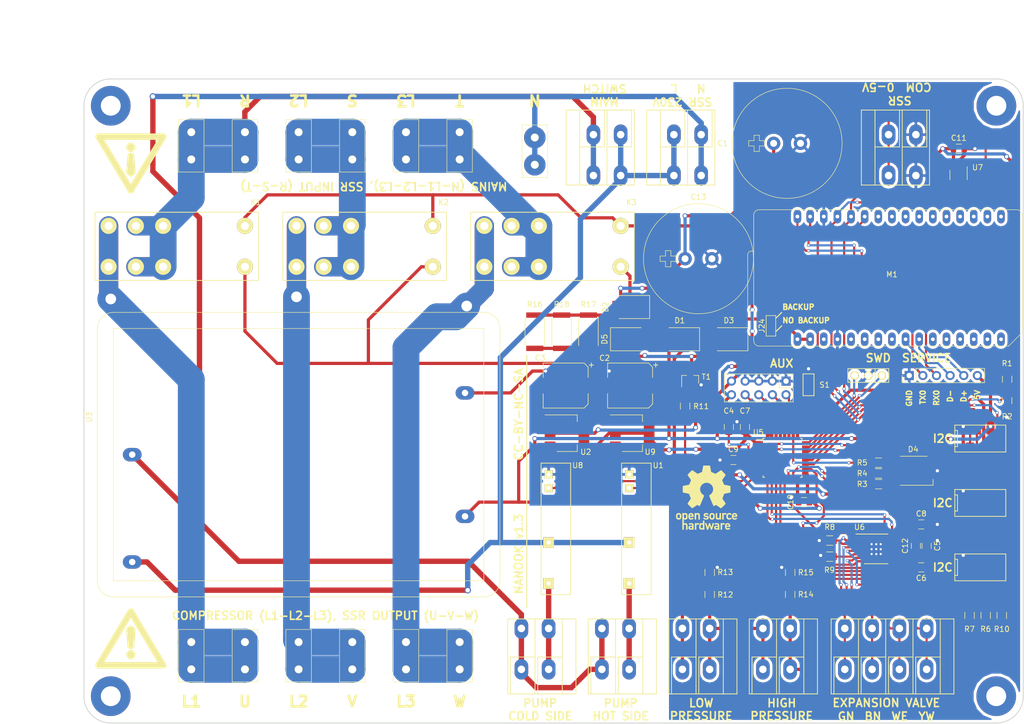
<source format=kicad_pcb>
(kicad_pcb (version 20171130) (host pcbnew 5.0.2-bee76a0~70~ubuntu16.04.1)
  (layers (0 F.Cu signal) (31 B.Cu signal) (34 B.Paste user) (35 F.Paste user) (36 B.SilkS user) (37 F.SilkS user) (38 B.Mask user) (39 F.Mask user) (44 Edge.Cuts user))
  (net 0 "")
  (net 1 /5V_BACKUP)
  (net 2 GND)
  (net 3 /3V3_BACKUP)
  (net 4 +3V3)
  (net 5 "Net-(C4-Pad1)")
  (net 6 "Net-(C6-Pad2)")
  (net 7 "Net-(C8-Pad2)")
  (net 8 /COMP_5V)
  (net 9 +5V)
  (net 10 /MAINS_L1)
  (net 11 /MAINS_N)
  (net 12 /MAINS_L2)
  (net 13 /MAINS_L3)
  (net 14 "Net-(J3-Pad6)")
  (net 15 "Net-(J3-Pad8)")
  (net 16 "Net-(J4-Pad1)")
  (net 17 "Net-(J4-Pad2)")
  (net 18 "Net-(J4-Pad4)")
  (net 19 "Net-(J4-Pad3)")
  (net 20 "Net-(J5-Pad2)")
  (net 21 "Net-(J6-Pad2)")
  (net 22 "Net-(J7-Pad2)")
  (net 23 /COMP_L1)
  (net 24 /COMP_L2)
  (net 25 /COMP_L3)
  (net 26 /PWR_OK)
  (net 27 "Net-(R3-Pad1)")
  (net 28 "Net-(R4-Pad1)")
  (net 29 "Net-(R5-Pad1)")
  (net 30 /SDA)
  (net 31 /SCL)
  (net 32 "Net-(R8-Pad2)")
  (net 33 "Net-(R9-Pad2)")
  (net 34 /ALERT)
  (net 35 "Net-(R11-Pad1)")
  (net 36 /COMP_RELAY)
  (net 37 /LPS)
  (net 38 /HPS)
  (net 39 "Net-(S1-Pad1)")
  (net 40 /PUMP_COLD_SIDE)
  (net 41 /PUMP_HOT_SIDE)
  (net 42 /E2V_A1)
  (net 43 /E2V_A2)
  (net 44 /E2V_B1)
  (net 45 /E2V_B2)
  (net 46 /E2V_NSLEEP)
  (net 47 /E2V_NFAULT)
  (net 48 /SWDIO)
  (net 49 /SWCLK)
  (net 50 "Net-(D4-Pad4)")
  (net 51 "Net-(D4-Pad5)")
  (net 52 "Net-(D4-Pad6)")
  (net 53 "Net-(J3-Pad2)")
  (net 54 "Net-(J3-Pad4)")
  (net 55 /SWITCHED_L)
  (net 56 /TX0)
  (net 57 /RX0)
  (net 58 /USB-DM)
  (net 59 /USB-DP)
  (net 60 /BACKUP_C)
  (net 61 /COMP_RELAY_PWR)
  (net 62 /COMP_RAMP)
  (net 63 "Net-(D5-Pad1)")
  (net 64 "Net-(J24-Pad2)")
  (net 65 "Net-(M1-Pad23)")
  (net 66 "Net-(M1-Pad24)")
  (net 67 "Net-(M1-Pad25)")
  (net 68 "Net-(M1-Pad26)")
  (net 69 "Net-(M1-Pad27)")
  (net 70 "Net-(M1-Pad28)")
  (net 71 "Net-(M1-Pad29)")
  (net 72 "Net-(M1-Pad30)")
  (net 73 "Net-(M1-Pad31)")
  (net 74 "Net-(M1-Pad32)")
  (net 75 "Net-(M1-Pad14)")
  (net 76 "Net-(M1-Pad12)")
  (net 77 "Net-(M1-Pad11)")
  (net 78 "Net-(M1-Pad10)")
  (net 79 "Net-(M1-Pad9)")
  (net 80 "Net-(M1-Pad6)")
  (net 81 "Net-(M1-Pad5)")
  (net 82 "Net-(M1-Pad4)")
  (net 83 "Net-(M1-Pad3)")
  (net 84 "Net-(M1-Pad2)")
  (net 85 "Net-(M1-Pad1)")
  (net 86 "Net-(U7-Pad6)")
  (module device.farm:RT314_Relay (layer F.Cu) (at 185 147.38 180)
    (fp_text reference K3 (at -2 4.38 180) (layer F.SilkS))
    (fp_text value RELAY_2)
    (pad 22 thru_hole circle (at 15.24 -7.62 180) (size 3 3) (drill 1.5) (layers *.Cu *.Mask F.SilkS) (net 13 /MAINS_L3))
    (pad 24 thru_hole circle (at 25.4 -7.62 180) (size 3 3) (drill 1.5) (layers *.Cu *.Mask F.SilkS) (net 25 /COMP_L3))
    (pad 21 thru_hole circle (at 20.32 -7.62 180) (size 3 3) (drill 1.5) (layers *.Cu *.Mask F.SilkS) (net 13 /MAINS_L3))
    (pad 12 thru_hole circle (at 15.24 0 180) (size 3 3) (drill 1.5) (layers *.Cu *.Mask F.SilkS) (net 13 /MAINS_L3))
    (pad 14 thru_hole circle (at 25.4 0 180) (size 3 3) (drill 1.5) (layers *.Cu *.Mask F.SilkS) (net 25 /COMP_L3))
    (pad 11 thru_hole circle (at 20.32 0 180) (size 3 3) (drill 1.5) (layers *.Cu *.Mask F.SilkS) (net 13 /MAINS_L3))
    (pad A2 thru_hole circle (at 0 -7.62 180) (size 3 3) (drill 1.5) (layers *.Cu *.Mask F.SilkS) (net 61 /COMP_RELAY_PWR))
    (pad A1 thru_hole circle (at 0 0 180) (size 3 3) (drill 1.5) (layers *.Cu *.Mask F.SilkS) (net 8 /COMP_5V))
  )
  (module device.farm:RT314_Relay (layer F.Cu) (at 115 147.38 180)
    (fp_text reference K1 (at -2 4.38 180) (layer F.SilkS))
    (fp_text value RELAY_2)
    (pad 22 thru_hole circle (at 15.24 -7.62 180) (size 3 3) (drill 1.5) (layers *.Cu *.Mask F.SilkS) (net 10 /MAINS_L1))
    (pad 24 thru_hole circle (at 25.4 -7.62 180) (size 3 3) (drill 1.5) (layers *.Cu *.Mask F.SilkS) (net 23 /COMP_L1))
    (pad 21 thru_hole circle (at 20.32 -7.62 180) (size 3 3) (drill 1.5) (layers *.Cu *.Mask F.SilkS) (net 10 /MAINS_L1))
    (pad 12 thru_hole circle (at 15.24 0 180) (size 3 3) (drill 1.5) (layers *.Cu *.Mask F.SilkS) (net 10 /MAINS_L1))
    (pad 14 thru_hole circle (at 25.4 0 180) (size 3 3) (drill 1.5) (layers *.Cu *.Mask F.SilkS) (net 23 /COMP_L1))
    (pad 11 thru_hole circle (at 20.32 0 180) (size 3 3) (drill 1.5) (layers *.Cu *.Mask F.SilkS) (net 10 /MAINS_L1))
    (pad A2 thru_hole circle (at 0 -7.62 180) (size 3 3) (drill 1.5) (layers *.Cu *.Mask F.SilkS) (net 61 /COMP_RELAY_PWR))
    (pad A1 thru_hole circle (at 0 0 180) (size 3 3) (drill 1.5) (layers *.Cu *.Mask F.SilkS) (net 8 /COMP_5V))
  )
  (module device.farm:RT314_Relay (layer F.Cu) (at 150 147.38 180)
    (fp_text reference K2 (at -2 4.38 180) (layer F.SilkS))
    (fp_text value RELAY_2)
    (pad 22 thru_hole circle (at 15.24 -7.62 180) (size 3 3) (drill 1.5) (layers *.Cu *.Mask F.SilkS) (net 12 /MAINS_L2))
    (pad 24 thru_hole circle (at 25.4 -7.62 180) (size 3 3) (drill 1.5) (layers *.Cu *.Mask F.SilkS) (net 24 /COMP_L2))
    (pad 21 thru_hole circle (at 20.32 -7.62 180) (size 3 3) (drill 1.5) (layers *.Cu *.Mask F.SilkS) (net 12 /MAINS_L2))
    (pad 12 thru_hole circle (at 15.24 0 180) (size 3 3) (drill 1.5) (layers *.Cu *.Mask F.SilkS) (net 12 /MAINS_L2))
    (pad 14 thru_hole circle (at 25.4 0 180) (size 3 3) (drill 1.5) (layers *.Cu *.Mask F.SilkS) (net 24 /COMP_L2))
    (pad 11 thru_hole circle (at 20.32 0 180) (size 3 3) (drill 1.5) (layers *.Cu *.Mask F.SilkS) (net 12 /MAINS_L2))
    (pad A2 thru_hole circle (at 0 -7.62 180) (size 3 3) (drill 1.5) (layers *.Cu *.Mask F.SilkS) (net 61 /COMP_RELAY_PWR))
    (pad A1 thru_hole circle (at 0 0 180) (size 3 3) (drill 1.5) (layers *.Cu *.Mask F.SilkS) (net 8 /COMP_5V))
  )
  (module device.farm:BCE005R5C205FS (layer F.Cu) (at 199.5 153.5 180)
    (fp_text reference C13 (at 0 11.5 180) (layer F.SilkS))
    (fp_text value 2F)
    (pad 2 thru_hole circle (at -2.5 0 180) (size 2.5 2.5) (drill 1.3) (layers *.Cu *.Mask) (net 2 GND))
    (pad 1 thru_hole circle (at 2.5 0 180) (size 2.5 2.5) (drill 1.3) (layers *.Cu *.Mask) (net 60 /BACKUP_C))
  )
  (module device.farm:BCE005R5C205FS (layer F.Cu) (at 216 132 180)
    (fp_text reference C1 (at 12 0 180) (layer F.SilkS))
    (fp_text value 2F)
    (pad 2 thru_hole circle (at -2.5 0 180) (size 2.5 2.5) (drill 1.3) (layers *.Cu *.Mask) (net 2 GND))
    (pad 1 thru_hole circle (at 2.5 0 180) (size 2.5 2.5) (drill 1.3) (layers *.Cu *.Mask) (net 60 /BACKUP_C))
  )
  (module device.farm:DG142R-2-5.08 (layer F.Cu) (at 187.54 139.778 180)
    (fp_text reference J1 hide)
    (fp_text value "Power Switch")
    (pad 2 thru_hole oval (at 7.62 9.398 180) (size 2.54 3.81) (drill 1.4) (layers *.Cu *.Mask) (net 10 /MAINS_L1))
    (pad 2 thru_hole oval (at 7.62 1.778 180) (size 2.54 3.81) (drill 1.4) (layers *.Cu *.Mask) (net 10 /MAINS_L1))
    (pad 1 thru_hole oval (at 2.54 9.398 180) (size 2.54 3.81) (drill 1.4) (layers *.Cu *.Mask) (net 55 /SWITCHED_L))
    (pad 1 thru_hole oval (at 2.54 1.778 180) (size 2.54 3.81) (drill 1.4) (layers *.Cu *.Mask) (net 55 /SWITCHED_L))
  )
  (module device.farm:DG142R-4-5.08 (layer F.Cu) (at 224.22 220.602)
    (fp_text reference J4 hide)
    (fp_text value E2V)
    (pad 4 thru_hole oval (at 17.78 9.398) (size 2.54 3.81) (drill 1.4) (layers *.Cu *.Mask) (net 18 "Net-(J4-Pad4)"))
    (pad 3 thru_hole oval (at 12.7 9.398) (size 2.54 3.81) (drill 1.4) (layers *.Cu *.Mask) (net 19 "Net-(J4-Pad3)"))
    (pad 3 thru_hole oval (at 12.7 1.778) (size 2.54 3.81) (drill 1.4) (layers *.Cu *.Mask) (net 19 "Net-(J4-Pad3)"))
    (pad 4 thru_hole oval (at 17.78 1.778) (size 2.54 3.81) (drill 1.4) (layers *.Cu *.Mask) (net 18 "Net-(J4-Pad4)"))
    (pad 2 thru_hole oval (at 7.62 9.398) (size 2.54 3.81) (drill 1.4) (layers *.Cu *.Mask) (net 17 "Net-(J4-Pad2)"))
    (pad 2 thru_hole oval (at 7.62 1.778) (size 2.54 3.81) (drill 1.4) (layers *.Cu *.Mask) (net 17 "Net-(J4-Pad2)"))
    (pad 1 thru_hole oval (at 2.54 9.398) (size 2.54 3.81) (drill 1.4) (layers *.Cu *.Mask) (net 16 "Net-(J4-Pad1)"))
    (pad 1 thru_hole oval (at 2.54 1.778) (size 2.54 3.81) (drill 1.4) (layers *.Cu *.Mask) (net 16 "Net-(J4-Pad1)"))
  )
  (module device.farm:DG142R-2-5.08 (layer F.Cu) (at 193.96 220.602)
    (fp_text reference J5 hide)
    (fp_text value LPS)
    (pad 2 thru_hole oval (at 7.62 9.398) (size 2.54 3.81) (drill 1.4) (layers *.Cu *.Mask) (net 20 "Net-(J5-Pad2)"))
    (pad 2 thru_hole oval (at 7.62 1.778) (size 2.54 3.81) (drill 1.4) (layers *.Cu *.Mask) (net 20 "Net-(J5-Pad2)"))
    (pad 1 thru_hole oval (at 2.54 9.398) (size 2.54 3.81) (drill 1.4) (layers *.Cu *.Mask) (net 9 +5V))
    (pad 1 thru_hole oval (at 2.54 1.778) (size 2.54 3.81) (drill 1.4) (layers *.Cu *.Mask) (net 9 +5V))
  )
  (module device.farm:DG142R-2-5.08 (layer F.Cu) (at 163.96 220.602)
    (fp_text reference J6 hide)
    (fp_text value "Pump Cold Side")
    (pad 2 thru_hole oval (at 7.62 9.398) (size 2.54 3.81) (drill 1.4) (layers *.Cu *.Mask) (net 21 "Net-(J6-Pad2)"))
    (pad 2 thru_hole oval (at 7.62 1.778) (size 2.54 3.81) (drill 1.4) (layers *.Cu *.Mask) (net 21 "Net-(J6-Pad2)"))
    (pad 1 thru_hole oval (at 2.54 9.398) (size 2.54 3.81) (drill 1.4) (layers *.Cu *.Mask) (net 11 /MAINS_N))
    (pad 1 thru_hole oval (at 2.54 1.778) (size 2.54 3.81) (drill 1.4) (layers *.Cu *.Mask) (net 11 /MAINS_N))
  )
  (module device.farm:DG142R-2-5.08 (layer F.Cu) (at 178.96 220.602)
    (fp_text reference J7 hide)
    (fp_text value "Pump Hot Side")
    (pad 2 thru_hole oval (at 7.62 9.398) (size 2.54 3.81) (drill 1.4) (layers *.Cu *.Mask) (net 22 "Net-(J7-Pad2)"))
    (pad 2 thru_hole oval (at 7.62 1.778) (size 2.54 3.81) (drill 1.4) (layers *.Cu *.Mask) (net 22 "Net-(J7-Pad2)"))
    (pad 1 thru_hole oval (at 2.54 9.398) (size 2.54 3.81) (drill 1.4) (layers *.Cu *.Mask) (net 11 /MAINS_N))
    (pad 1 thru_hole oval (at 2.54 1.778) (size 2.54 3.81) (drill 1.4) (layers *.Cu *.Mask) (net 11 /MAINS_N))
  )
  (module device.farm:DG142R-2-5.08 (layer F.Cu) (at 208.96 220.602)
    (fp_text reference J8 hide)
    (fp_text value HPS)
    (pad 2 thru_hole oval (at 7.62 9.398) (size 2.54 3.81) (drill 1.4) (layers *.Cu *.Mask) (net 8 /COMP_5V))
    (pad 2 thru_hole oval (at 7.62 1.778) (size 2.54 3.81) (drill 1.4) (layers *.Cu *.Mask) (net 8 /COMP_5V))
    (pad 1 thru_hole oval (at 2.54 9.398) (size 2.54 3.81) (drill 1.4) (layers *.Cu *.Mask) (net 20 "Net-(J5-Pad2)"))
    (pad 1 thru_hole oval (at 2.54 1.778) (size 2.54 3.81) (drill 1.4) (layers *.Cu *.Mask) (net 20 "Net-(J5-Pad2)"))
  )
  (module device.farm:SB2P (layer F.Cu) (at 220 176.984 90)
    (fp_text reference S1 (at -0.016 3 180) (layer F.SilkS))
    (fp_text value SB2P)
    (pad 2 smd rect (at 1.016 0 90) (size 1.524 1.524) (layers F.Cu F.Paste F.Mask) (net 2 GND))
    (pad 1 smd rect (at -1.016 0 90) (size 1.524 1.524) (layers F.Cu F.Paste F.Mask) (net 39 "Net-(S1-Pad1)"))
  )
  (module device.farm:Mean-Well-PM-15-5 (layer F.Cu) (at 125 190 270)
    (fp_text reference U3 (at -7 39 270) (layer F.SilkS))
    (fp_text value "Mean Well PM-15-5")
    (pad 2 thru_hole oval (at 0 31 270) (size 2.5 3.5) (drill 1.2) (layers *.Cu *.Mask) (net 11 /MAINS_N))
    (pad 1 thru_hole oval (at 20 31 270) (size 2.5 3.5) (drill 1.2) (layers *.Cu *.Mask) (net 55 /SWITCHED_L))
    (pad 3 thru_hole oval (at -11.5 -31 270) (size 2.5 3.5) (drill 1.2) (layers *.Cu *.Mask) (net 2 GND))
    (pad 4 thru_hole oval (at 11.5 -31 270) (size 2.5 3.5) (drill 1.2) (layers *.Cu *.Mask) (net 9 +5V))
  )
  (module device.farm:G3MB-SSR (layer F.Cu) (at 171.58 203.84 270)
    (fp_text reference U8 (at -11.84 -5.42) (layer F.SilkS))
    (fp_text value G3MB-5V-SSR)
    (pad 1 thru_hole rect (at 10.16 0 270) (size 2 2) (drill 0.8) (layers *.Cu *.Mask F.SilkS) (net 21 "Net-(J6-Pad2)"))
    (pad 2 thru_hole rect (at 2.54 0 270) (size 2 2) (drill 0.8) (layers *.Cu *.Mask F.SilkS) (net 55 /SWITCHED_L))
    (pad 3 thru_hole rect (at -7.62 0 270) (size 1.5 1.5) (drill 0.8) (layers *.Cu *.Mask F.SilkS) (net 40 /PUMP_COLD_SIDE))
    (pad 4 thru_hole rect (at -10.16 0 270) (size 1.5 1.5) (drill 0.8) (layers *.Cu *.Mask F.SilkS) (net 2 GND))
  )
  (module device.farm:G3MB-SSR (layer F.Cu) (at 186.58 203.84 270)
    (fp_text reference U9 (at -14.34 -3.92) (layer F.SilkS))
    (fp_text value G3MB-5V-SSR)
    (pad 1 thru_hole rect (at 10.16 0 270) (size 2 2) (drill 0.8) (layers *.Cu *.Mask F.SilkS) (net 22 "Net-(J7-Pad2)"))
    (pad 2 thru_hole rect (at 2.54 0 270) (size 2 2) (drill 0.8) (layers *.Cu *.Mask F.SilkS) (net 55 /SWITCHED_L))
    (pad 3 thru_hole rect (at -7.62 0 270) (size 1.5 1.5) (drill 0.8) (layers *.Cu *.Mask F.SilkS) (net 41 /PUMP_HOT_SIDE))
    (pad 4 thru_hole rect (at -10.16 0 270) (size 1.5 1.5) (drill 0.8) (layers *.Cu *.Mask F.SilkS) (net 2 GND))
  )
  (module device.farm:SWD (layer F.Cu) (at 231.14 175.26 180)
    (fp_text reference X1 hide)
    (fp_text value SWD)
    (pad 3 thru_hole circle (at 2.54 0 180) (size 1.524 1.524) (drill 1.016) (layers *.Cu *.Mask F.SilkS) (net 49 /SWCLK))
    (pad 2 thru_hole circle (at 0 0 180) (size 1.524 1.524) (drill 1.016) (layers *.Cu *.Mask F.SilkS) (net 2 GND))
    (pad 1 thru_hole circle (at -2.54 0 180) (size 1.524 1.524) (drill 1.016) (layers *.Cu *.Mask F.SilkS) (net 48 /SWDIO))
  )
  (module device.farm:Micro-Match-FOB-6 (layer F.Cu) (at 252 211)
    (fp_text reference X2 hide)
    (fp_text value "I2C Cold Side")
    (pad 6 smd rect (at 3.175 2.25) (size 1.5 3) (layers F.Cu F.Paste F.Mask) (net 34 /ALERT))
    (pad 5 smd rect (at 1.905 -2.25) (size 1.5 3) (layers F.Cu F.Paste F.Mask) (net 9 +5V))
    (pad 4 smd rect (at 0.635 2.25) (size 1.5 3) (layers F.Cu F.Paste F.Mask) (net 4 +3V3))
    (pad 3 smd rect (at -0.635 -2.25) (size 1.5 3) (layers F.Cu F.Paste F.Mask) (net 30 /SDA))
    (pad 2 smd rect (at -1.905 2.25) (size 1.5 3) (layers F.Cu F.Paste F.Mask) (net 31 /SCL))
    (pad 1 smd rect (at -3.175 -2.25) (size 1.5 3) (layers F.Cu F.Paste F.Mask) (net 2 GND))
  )
  (module device.farm:Micro-Match-FOB-6 (layer F.Cu) (at 252 199)
    (fp_text reference X3 hide)
    (fp_text value "I2C Hot Side")
    (pad 6 smd rect (at 3.175 2.25) (size 1.5 3) (layers F.Cu F.Paste F.Mask) (net 34 /ALERT))
    (pad 5 smd rect (at 1.905 -2.25) (size 1.5 3) (layers F.Cu F.Paste F.Mask) (net 9 +5V))
    (pad 4 smd rect (at 0.635 2.25) (size 1.5 3) (layers F.Cu F.Paste F.Mask) (net 4 +3V3))
    (pad 3 smd rect (at -0.635 -2.25) (size 1.5 3) (layers F.Cu F.Paste F.Mask) (net 30 /SDA))
    (pad 2 smd rect (at -1.905 2.25) (size 1.5 3) (layers F.Cu F.Paste F.Mask) (net 31 /SCL))
    (pad 1 smd rect (at -3.175 -2.25) (size 1.5 3) (layers F.Cu F.Paste F.Mask) (net 2 GND))
  )
  (module device.farm:Micro-Match-FOB-6 (layer F.Cu) (at 252 187)
    (fp_text reference X4 hide)
    (fp_text value "I2C Aux")
    (pad 6 smd rect (at 3.175 2.25) (size 1.5 3) (layers F.Cu F.Paste F.Mask) (net 34 /ALERT))
    (pad 5 smd rect (at 1.905 -2.25) (size 1.5 3) (layers F.Cu F.Paste F.Mask) (net 9 +5V))
    (pad 4 smd rect (at 0.635 2.25) (size 1.5 3) (layers F.Cu F.Paste F.Mask) (net 4 +3V3))
    (pad 3 smd rect (at -0.635 -2.25) (size 1.5 3) (layers F.Cu F.Paste F.Mask) (net 30 /SDA))
    (pad 2 smd rect (at -1.905 2.25) (size 1.5 3) (layers F.Cu F.Paste F.Mask) (net 31 /SCL))
    (pad 1 smd rect (at -3.175 -2.25) (size 1.5 3) (layers F.Cu F.Paste F.Mask) (net 2 GND))
  )
  (module device.farm:LED_RGB_5050-6 (layer F.Cu) (at 239.6 193 180)
    (fp_text reference D4 (at 0.1 4 180) (layer F.SilkS))
    (fp_text value LED_RGB)
    (pad 6 smd rect (at 2.4 -1.7 270) (size 1.1 2) (layers F.Cu F.Paste F.Mask) (net 52 "Net-(D4-Pad6)"))
    (pad 5 smd rect (at 2.4 0 270) (size 1.1 2) (layers F.Cu F.Paste F.Mask) (net 51 "Net-(D4-Pad5)"))
    (pad 4 smd rect (at 2.4 1.7 270) (size 1.1 2) (layers F.Cu F.Paste F.Mask) (net 50 "Net-(D4-Pad4)"))
    (pad 3 smd rect (at -2.4 1.7 270) (size 1.1 2) (layers F.Cu F.Paste F.Mask) (net 2 GND))
    (pad 2 smd rect (at -2.4 0 270) (size 1.1 2) (layers F.Cu F.Paste F.Mask) (net 2 GND))
    (pad 1 smd rect (at -2.4 -1.7 270) (size 1.1 2) (layers F.Cu F.Paste F.Mask) (net 2 GND))
  )
  (module device.farm:TSSOP-16_4.4x5mm_Pitch0.65mm-EP (layer F.Cu) (at 232.6 207.6)
    (fp_text reference U6 (at -3.1 -4.1) (layer F.SilkS))
    (fp_text value DRV8833)
    (pad 17 smd rect (at 0 0) (size 2.31 2.46) (layers F.Cu F.Paste F.Mask) (net 2 GND))
    (pad 16 smd rect (at 2.95 -2.275) (size 1.5 0.45) (layers F.Cu F.Paste F.Mask) (net 42 /E2V_A1))
    (pad 15 smd rect (at 2.95 -1.625) (size 1.5 0.45) (layers F.Cu F.Paste F.Mask) (net 43 /E2V_A2))
    (pad 14 smd rect (at 2.95 -0.975) (size 1.5 0.45) (layers F.Cu F.Paste F.Mask) (net 7 "Net-(C8-Pad2)"))
    (pad 13 smd rect (at 2.95 -0.325) (size 1.5 0.45) (layers F.Cu F.Paste F.Mask) (net 2 GND))
    (pad 12 smd rect (at 2.95 0.325) (size 1.5 0.45) (layers F.Cu F.Paste F.Mask) (net 1 /5V_BACKUP))
    (pad 11 smd rect (at 2.95 0.975) (size 1.5 0.45) (layers F.Cu F.Paste F.Mask) (net 6 "Net-(C6-Pad2)"))
    (pad 10 smd rect (at 2.95 1.625) (size 1.5 0.45) (layers F.Cu F.Paste F.Mask) (net 45 /E2V_B2))
    (pad 9 smd rect (at 2.95 2.275) (size 1.5 0.45) (layers F.Cu F.Paste F.Mask) (net 44 /E2V_B1))
    (pad 8 smd rect (at -2.95 2.275) (size 1.5 0.45) (layers F.Cu F.Paste F.Mask) (net 47 /E2V_NFAULT))
    (pad 7 smd rect (at -2.95 1.625) (size 1.5 0.45) (layers F.Cu F.Paste F.Mask) (net 19 "Net-(J4-Pad3)"))
    (pad 6 smd rect (at -2.95 0.975) (size 1.5 0.45) (layers F.Cu F.Paste F.Mask) (net 33 "Net-(R9-Pad2)"))
    (pad 5 smd rect (at -2.95 0.325) (size 1.5 0.45) (layers F.Cu F.Paste F.Mask) (net 18 "Net-(J4-Pad4)"))
    (pad 4 smd rect (at -2.95 -0.325) (size 1.5 0.45) (layers F.Cu F.Paste F.Mask) (net 17 "Net-(J4-Pad2)"))
    (pad 3 smd rect (at -2.95 -0.975) (size 1.5 0.45) (layers F.Cu F.Paste F.Mask) (net 32 "Net-(R8-Pad2)"))
    (pad 2 smd rect (at -2.95 -1.625) (size 1.5 0.45) (layers F.Cu F.Paste F.Mask) (net 16 "Net-(J4-Pad1)"))
    (pad 1 smd rect (at -2.95 -2.275) (size 1.5 0.45) (layers F.Cu F.Paste F.Mask) (net 46 /E2V_NSLEEP))
  )
  (module device.farm:DG142R-2-5.08 (layer F.Cu) (at 202.54 139.778 180)
    (fp_text reference J13 hide)
    (fp_text value "SSR 220")
    (pad 2 thru_hole oval (at 7.62 9.398 180) (size 2.54 3.81) (drill 1.4) (layers *.Cu *.Mask) (net 55 /SWITCHED_L))
    (pad 2 thru_hole oval (at 7.62 1.778 180) (size 2.54 3.81) (drill 1.4) (layers *.Cu *.Mask) (net 55 /SWITCHED_L))
    (pad 1 thru_hole oval (at 2.54 9.398 180) (size 2.54 3.81) (drill 1.4) (layers *.Cu *.Mask) (net 11 /MAINS_N))
    (pad 1 thru_hole oval (at 2.54 1.778 180) (size 2.54 3.81) (drill 1.4) (layers *.Cu *.Mask) (net 11 /MAINS_N))
  )
  (module device.farm:DG142R-2-5.08 (layer F.Cu) (at 242.54 139.778 180)
    (fp_text reference J14 hide)
    (fp_text value "SSR 0-5V")
    (pad 2 thru_hole oval (at 7.62 9.398 180) (size 2.54 3.81) (drill 1.4) (layers *.Cu *.Mask) (net 62 /COMP_RAMP))
    (pad 2 thru_hole oval (at 7.62 1.778 180) (size 2.54 3.81) (drill 1.4) (layers *.Cu *.Mask) (net 62 /COMP_RAMP))
    (pad 1 thru_hole oval (at 2.54 9.398 180) (size 2.54 3.81) (drill 1.4) (layers *.Cu *.Mask) (net 2 GND))
    (pad 1 thru_hole oval (at 2.54 1.778 180) (size 2.54 3.81) (drill 1.4) (layers *.Cu *.Mask) (net 2 GND))
  )
  (module device.farm:Tab-6.3 (layer F.Cu) (at 115 227.46 90)
    (fp_text reference J15 hide)
    (fp_text value "Compressor L1")
    (pad 1 thru_hole circle (at 2.54 0 90) (size 4 4) (drill 1.4) (layers *.Cu *.Mask) (net 23 /COMP_L1))
    (pad 1 thru_hole circle (at -2.54 0 90) (size 4 4) (drill 1.4) (layers *.Cu *.Mask) (net 23 /COMP_L1))
  )
  (module device.farm:Tab-6.3 (layer F.Cu) (at 135 227.46 90)
    (fp_text reference J16 hide)
    (fp_text value "Compressor L2")
    (pad 1 thru_hole circle (at 2.54 0 90) (size 4 4) (drill 1.4) (layers *.Cu *.Mask) (net 24 /COMP_L2))
    (pad 1 thru_hole circle (at -2.54 0 90) (size 4 4) (drill 1.4) (layers *.Cu *.Mask) (net 24 /COMP_L2))
  )
  (module device.farm:Tab-6.3 (layer F.Cu) (at 155 227.46 90)
    (fp_text reference J17 hide)
    (fp_text value "Compressor L3")
    (pad 1 thru_hole circle (at 2.54 0 90) (size 4 4) (drill 1.4) (layers *.Cu *.Mask) (net 25 /COMP_L3))
    (pad 1 thru_hole circle (at -2.54 0 90) (size 4 4) (drill 1.4) (layers *.Cu *.Mask) (net 25 /COMP_L3))
  )
  (module device.farm:Tab-6.3 (layer F.Cu) (at 105 227.46 90)
    (fp_text reference J18 hide)
    (fp_text value "SSR Output L1")
    (pad 1 thru_hole circle (at 2.54 0 90) (size 4 4) (drill 1.4) (layers *.Cu *.Mask) (net 23 /COMP_L1))
    (pad 1 thru_hole circle (at -2.54 0 90) (size 4 4) (drill 1.4) (layers *.Cu *.Mask) (net 23 /COMP_L1))
  )
  (module device.farm:Tab-6.3 (layer F.Cu) (at 125 227.46 90)
    (fp_text reference J19 hide)
    (fp_text value "SSR Output L2")
    (pad 1 thru_hole circle (at 2.54 0 90) (size 4 4) (drill 1.4) (layers *.Cu *.Mask) (net 24 /COMP_L2))
    (pad 1 thru_hole circle (at -2.54 0 90) (size 4 4) (drill 1.4) (layers *.Cu *.Mask) (net 24 /COMP_L2))
  )
  (module device.farm:Tab-6.3 (layer F.Cu) (at 145 227.46 90)
    (fp_text reference J20 hide)
    (fp_text value "SSR Output L3")
    (pad 1 thru_hole circle (at 2.54 0 90) (size 4 4) (drill 1.4) (layers *.Cu *.Mask) (net 25 /COMP_L3))
    (pad 1 thru_hole circle (at -2.54 0 90) (size 4 4) (drill 1.4) (layers *.Cu *.Mask) (net 25 /COMP_L3))
  )
  (module device.farm:Tab-6.3 (layer F.Cu) (at 105 132.46 90)
    (fp_text reference J21 hide)
    (fp_text value "SSR Input L1")
    (pad 1 thru_hole circle (at 2.54 0 90) (size 4 4) (drill 1.4) (layers *.Cu *.Mask) (net 10 /MAINS_L1))
    (pad 1 thru_hole circle (at -2.54 0 90) (size 4 4) (drill 1.4) (layers *.Cu *.Mask) (net 10 /MAINS_L1))
  )
  (module device.farm:Tab-6.3 (layer F.Cu) (at 125 132.46 90)
    (fp_text reference J22 hide)
    (fp_text value "SSR Input L2")
    (pad 1 thru_hole circle (at 2.54 0 90) (size 4 4) (drill 1.4) (layers *.Cu *.Mask) (net 12 /MAINS_L2))
    (pad 1 thru_hole circle (at -2.54 0 90) (size 4 4) (drill 1.4) (layers *.Cu *.Mask) (net 12 /MAINS_L2))
  )
  (module device.farm:Tab-6.3 (layer F.Cu) (at 145 132.46 90)
    (fp_text reference J23 hide)
    (fp_text value "SSR Input L3")
    (pad 1 thru_hole circle (at 2.54 0 90) (size 4 4) (drill 1.4) (layers *.Cu *.Mask) (net 13 /MAINS_L3))
    (pad 1 thru_hole circle (at -2.54 0 90) (size 4 4) (drill 1.4) (layers *.Cu *.Mask) (net 13 /MAINS_L3))
  )
  (module device.farm:Tab-6.3 (layer F.Cu) (at 115 132.46 90)
    (fp_text reference J2 hide)
    (fp_text value "Mains L1")
    (pad 1 thru_hole circle (at 2.54 0 90) (size 4 4) (drill 1.4) (layers *.Cu *.Mask) (net 10 /MAINS_L1))
    (pad 1 thru_hole circle (at -2.54 0 90) (size 4 4) (drill 1.4) (layers *.Cu *.Mask) (net 10 /MAINS_L1))
  )
  (module device.farm:Tab-6.3 (layer F.Cu) (at 135 132.46 90)
    (fp_text reference J9 hide)
    (fp_text value "Mains L2")
    (pad 1 thru_hole circle (at 2.54 0 90) (size 4 4) (drill 1.4) (layers *.Cu *.Mask) (net 12 /MAINS_L2))
    (pad 1 thru_hole circle (at -2.54 0 90) (size 4 4) (drill 1.4) (layers *.Cu *.Mask) (net 12 /MAINS_L2))
  )
  (module device.farm:Tab-6.3 (layer F.Cu) (at 155 132.46 90)
    (fp_text reference J11 hide)
    (fp_text value "Mains L3")
    (pad 1 thru_hole circle (at 2.54 0 90) (size 4 4) (drill 1.4) (layers *.Cu *.Mask) (net 13 /MAINS_L3))
    (pad 1 thru_hole circle (at -2.54 0 90) (size 4 4) (drill 1.4) (layers *.Cu *.Mask) (net 13 /MAINS_L3))
  )
  (module device.farm:Tab-6.3 (layer F.Cu) (at 169 133.46 270)
    (fp_text reference J12 hide)
    (fp_text value "Mains N")
    (pad 1 thru_hole circle (at 2.54 0 270) (size 4 4) (drill 1.4) (layers *.Cu *.Mask) (net 11 /MAINS_N))
    (pad 1 thru_hole circle (at -2.54 0 270) (size 4 4) (drill 1.4) (layers *.Cu *.Mask) (net 11 /MAINS_N))
  )
  (module device.farm:NanoPi-Duo (layer F.Cu) (at 235.54 156.430248)
    (fp_text reference M1 (at 0 0) (layer F.SilkS))
    (fp_text value NanoPi-Duo)
    (pad 1 thru_hole oval (at 20.32 12.069752) (size 1.4 2.54) (drill 0.7) (layers *.Cu *.Mask) (net 85 "Net-(M1-Pad1)"))
    (pad 2 thru_hole oval (at 17.78 12.069752) (size 1.4 2.54) (drill 0.7) (layers *.Cu *.Mask) (net 84 "Net-(M1-Pad2)"))
    (pad 3 thru_hole oval (at 15.24 12.069752) (size 1.4 2.54) (drill 0.7) (layers *.Cu *.Mask) (net 83 "Net-(M1-Pad3)"))
    (pad 4 thru_hole oval (at 12.7 12.069752) (size 1.4 2.54) (drill 0.7) (layers *.Cu *.Mask) (net 82 "Net-(M1-Pad4)"))
    (pad 5 thru_hole oval (at 10.16 12.069752) (size 1.4 2.54) (drill 0.7) (layers *.Cu *.Mask) (net 81 "Net-(M1-Pad5)"))
    (pad 6 thru_hole oval (at 7.62 12.069752) (size 1.4 2.54) (drill 0.7) (layers *.Cu *.Mask) (net 80 "Net-(M1-Pad6)"))
    (pad 7 thru_hole oval (at 5.08 12.069752) (size 1.4 2.54) (drill 0.7) (layers *.Cu *.Mask) (net 59 /USB-DP))
    (pad 8 thru_hole oval (at 2.54 12.069752) (size 1.4 2.54) (drill 0.7) (layers *.Cu *.Mask) (net 58 /USB-DM))
    (pad 9 thru_hole oval (at 0 12.069752) (size 1.4 2.54) (drill 0.7) (layers *.Cu *.Mask) (net 79 "Net-(M1-Pad9)"))
    (pad 10 thru_hole oval (at -2.54 12.069752) (size 1.4 2.54) (drill 0.7) (layers *.Cu *.Mask) (net 78 "Net-(M1-Pad10)"))
    (pad 11 thru_hole oval (at -5.08 12.069752) (size 1.4 2.54) (drill 0.7) (layers *.Cu *.Mask) (net 77 "Net-(M1-Pad11)"))
    (pad 12 thru_hole oval (at -7.62 12.069752) (size 1.4 2.54) (drill 0.7) (layers *.Cu *.Mask) (net 76 "Net-(M1-Pad12)"))
    (pad 13 thru_hole oval (at -10.16 12.069752) (size 1.4 2.54) (drill 0.7) (layers *.Cu *.Mask) (net 2 GND))
    (pad 14 thru_hole oval (at -12.7 12.069752) (size 1.4 2.54) (drill 0.7) (layers *.Cu *.Mask) (net 75 "Net-(M1-Pad14)"))
    (pad 15 thru_hole oval (at -15.24 12.069752) (size 1.4 2.54) (drill 0.7) (layers *.Cu *.Mask) (net 64 "Net-(J24-Pad2)"))
    (pad 16 thru_hole oval (at -17.612088 12.069752) (size 1.4 2.54) (drill 0.7) (layers *.Cu *.Mask) (net 64 "Net-(J24-Pad2)"))
    (pad 32 thru_hole oval (at 20.32 -10.790248) (size 1.4 2.54) (drill 0.7) (layers *.Cu *.Mask) (net 74 "Net-(M1-Pad32)"))
    (pad 31 thru_hole oval (at 17.78 -10.790248) (size 1.4 2.54) (drill 0.7) (layers *.Cu *.Mask) (net 73 "Net-(M1-Pad31)"))
    (pad 30 thru_hole oval (at 15.24 -10.790248) (size 1.4 2.54) (drill 0.7) (layers *.Cu *.Mask) (net 72 "Net-(M1-Pad30)"))
    (pad 29 thru_hole oval (at 12.7 -10.790248) (size 1.4 2.54) (drill 0.7) (layers *.Cu *.Mask) (net 71 "Net-(M1-Pad29)"))
    (pad 28 thru_hole oval (at 10.16 -10.790248) (size 1.4 2.54) (drill 0.7) (layers *.Cu *.Mask) (net 70 "Net-(M1-Pad28)"))
    (pad 27 thru_hole oval (at 7.62 -10.790248) (size 1.4 2.54) (drill 0.7) (layers *.Cu *.Mask) (net 69 "Net-(M1-Pad27)"))
    (pad 26 thru_hole oval (at 5.08 -10.790248) (size 1.4 2.54) (drill 0.7) (layers *.Cu *.Mask) (net 68 "Net-(M1-Pad26)"))
    (pad 25 thru_hole oval (at 2.54 -10.790248) (size 1.4 2.54) (drill 0.7) (layers *.Cu *.Mask) (net 67 "Net-(M1-Pad25)"))
    (pad 24 thru_hole oval (at 0 -10.790248) (size 1.4 2.54) (drill 0.7) (layers *.Cu *.Mask) (net 66 "Net-(M1-Pad24)"))
    (pad 23 thru_hole oval (at -2.54 -10.790248) (size 1.4 2.54) (drill 0.7) (layers *.Cu *.Mask) (net 65 "Net-(M1-Pad23)"))
    (pad 22 thru_hole oval (at -5.08 -10.790248) (size 1.4 2.54) (drill 0.7) (layers *.Cu *.Mask) (net 34 /ALERT))
    (pad 21 thru_hole oval (at -7.62 -10.790248) (size 1.4 2.54) (drill 0.7) (layers *.Cu *.Mask) (net 30 /SDA))
    (pad 20 thru_hole oval (at -10.16 -10.790248) (size 1.4 2.54) (drill 0.7) (layers *.Cu *.Mask) (net 31 /SCL))
    (pad 19 thru_hole oval (at -12.7 -10.790248) (size 1.4 2.54) (drill 0.7) (layers *.Cu *.Mask) (net 2 GND))
    (pad 18 thru_hole oval (at -15.24 -10.790248) (size 1.4 2.54) (drill 0.7) (layers *.Cu *.Mask) (net 56 /TX0))
    (pad 17 thru_hole oval (at -17.612088 -10.790248) (size 1.4 2.54) (drill 0.7) (layers *.Cu *.Mask) (net 57 /RX0))
  )
  (module Mounting_Holes:MountingHole_3.7mm_Pad (layer F.Cu) (at 254.97 235)
    (fp_text reference REF** hide)
    (fp_text value MountingHole_3.7mm_Pad)
    (pad 1 thru_hole circle (at 0 0) (size 7.4 7.4) (drill 3.7) (layers *.Cu *.Mask))
  )
  (module Mounting_Holes:MountingHole_3.7mm_Pad (layer F.Cu) (at 90 235)
    (fp_text reference REF** hide)
    (fp_text value MountingHole_3.7mm_Pad)
    (pad 1 thru_hole circle (at 0 0) (size 7.4 7.4) (drill 3.7) (layers *.Cu *.Mask))
  )
  (module Mounting_Holes:MountingHole_3.7mm_Pad (layer F.Cu) (at 255 125)
    (fp_text reference REF** hide)
    (fp_text value MountingHole_3.7mm_Pad)
    (pad 1 thru_hole circle (at 0 0) (size 7.4 7.4) (drill 3.7) (layers *.Cu *.Mask))
  )
  (module Capacitors_SMD:C_0805 (layer F.Cu) (at 205.148659 184.841441 90)
    (fp_text reference C4 (at 3 0 180) (layer F.SilkS))
    (fp_text value 100n)
    (pad 1 smd rect (at -1 0 90) (size 1 1.25) (layers F.Cu F.Paste F.Mask) (net 5 "Net-(C4-Pad1)"))
    (pad 2 smd rect (at 1 0 90) (size 1 1.25) (layers F.Cu F.Paste F.Mask) (net 2 GND))
  )
  (module Capacitors_SMD:C_0805 (layer F.Cu) (at 242 207 270)
    (fp_text reference C5 (at 0 -2 90) (layer F.SilkS))
    (fp_text value 10u)
    (pad 1 smd rect (at -1 0 270) (size 1 1.25) (layers F.Cu F.Paste F.Mask) (net 2 GND))
    (pad 2 smd rect (at 1 0 270) (size 1 1.25) (layers F.Cu F.Paste F.Mask) (net 1 /5V_BACKUP))
  )
  (module Capacitors_SMD:C_0805 (layer F.Cu) (at 241 211 180)
    (fp_text reference C6 (at 0 -2) (layer F.SilkS))
    (fp_text value 10n)
    (pad 1 smd rect (at -1 0 180) (size 1 1.25) (layers F.Cu F.Paste F.Mask) (net 1 /5V_BACKUP))
    (pad 2 smd rect (at 1 0 180) (size 1 1.25) (layers F.Cu F.Paste F.Mask) (net 6 "Net-(C6-Pad2)"))
  )
  (module Capacitors_SMD:C_0805 (layer F.Cu) (at 208.148659 184.841441 90)
    (fp_text reference C7 (at 3 0 180) (layer F.SilkS))
    (fp_text value 100n)
    (pad 1 smd rect (at -1 0 90) (size 1 1.25) (layers F.Cu F.Paste F.Mask) (net 3 /3V3_BACKUP))
    (pad 2 smd rect (at 1 0 90) (size 1 1.25) (layers F.Cu F.Paste F.Mask) (net 2 GND))
  )
  (module Capacitors_SMD:C_0805 (layer F.Cu) (at 241 203 180)
    (fp_text reference C8 (at 0 2) (layer F.SilkS))
    (fp_text value 2.2M)
    (pad 1 smd rect (at -1 0 180) (size 1 1.25) (layers F.Cu F.Paste F.Mask) (net 2 GND))
    (pad 2 smd rect (at 1 0 180) (size 1 1.25) (layers F.Cu F.Paste F.Mask) (net 7 "Net-(C8-Pad2)"))
  )
  (module Capacitors_SMD:C_0805 (layer F.Cu) (at 206 191 180)
    (fp_text reference C9 (at 0 2 180) (layer F.SilkS))
    (fp_text value 100n)
    (pad 1 smd rect (at -1 0 180) (size 1 1.25) (layers F.Cu F.Paste F.Mask) (net 3 /3V3_BACKUP))
    (pad 2 smd rect (at 1 0 180) (size 1 1.25) (layers F.Cu F.Paste F.Mask) (net 2 GND))
  )
  (module Capacitors_SMD:C_0805 (layer F.Cu) (at 219.148659 198.841441 180)
    (fp_text reference C10 (at 2.5 0 270) (layer F.SilkS))
    (fp_text value 100n)
    (pad 1 smd rect (at -1 0 180) (size 1 1.25) (layers F.Cu F.Paste F.Mask) (net 3 /3V3_BACKUP))
    (pad 2 smd rect (at 1 0 180) (size 1 1.25) (layers F.Cu F.Paste F.Mask) (net 2 GND))
  )
  (module Capacitors_SMD:C_0805 (layer F.Cu) (at 248 133)
    (fp_text reference C11 (at 0 -2) (layer F.SilkS))
    (fp_text value 100n)
    (pad 1 smd rect (at -1 0) (size 1 1.25) (layers F.Cu F.Paste F.Mask) (net 8 /COMP_5V))
    (pad 2 smd rect (at 1 0) (size 1 1.25) (layers F.Cu F.Paste F.Mask) (net 2 GND))
  )
  (module Diodes_SMD:D_SMB (layer F.Cu) (at 196.15 168.5 180)
    (fp_text reference D1 (at 0.15 3.5) (layer F.SilkS))
    (fp_text value SK22)
    (pad 1 smd rect (at -2.15 0 180) (size 2.5 2.3) (layers F.Cu F.Paste F.Mask) (net 1 /5V_BACKUP))
    (pad 2 smd rect (at 2.15 0 180) (size 2.5 2.3) (layers F.Cu F.Paste F.Mask) (net 9 +5V))
  )
  (module Diodes_SMD:D_SMB (layer F.Cu) (at 205.15 168.5 180)
    (fp_text reference D3 (at 0 3.5 180) (layer F.SilkS))
    (fp_text value SK22)
    (pad 1 smd rect (at -2.15 0 180) (size 2.5 2.3) (layers F.Cu F.Paste F.Mask) (net 8 /COMP_5V))
    (pad 2 smd rect (at 2.15 0 180) (size 2.5 2.3) (layers F.Cu F.Paste F.Mask) (net 61 /COMP_RELAY_PWR))
  )
  (module Pin_Headers:Pin_Header_Straight_2x05_Pitch2.54mm (layer F.Cu) (at 215.808659 176.301441 270)
    (fp_text reference J3 hide)
    (fp_text value AUX)
    (pad 1 thru_hole rect (at 0 0 270) (size 1.7 1.7) (drill 1) (layers *.Cu *.Mask) (net 2 GND))
    (pad 2 thru_hole oval (at 2.54 0 270) (size 1.7 1.7) (drill 1) (layers *.Cu *.Mask) (net 53 "Net-(J3-Pad2)"))
    (pad 3 thru_hole oval (at 0 2.54 270) (size 1.7 1.7) (drill 1) (layers *.Cu *.Mask) (net 2 GND))
    (pad 4 thru_hole oval (at 2.54 2.54 270) (size 1.7 1.7) (drill 1) (layers *.Cu *.Mask) (net 54 "Net-(J3-Pad4)"))
    (pad 5 thru_hole oval (at 0 5.08 270) (size 1.7 1.7) (drill 1) (layers *.Cu *.Mask) (net 2 GND))
    (pad 6 thru_hole oval (at 2.54 5.08 270) (size 1.7 1.7) (drill 1) (layers *.Cu *.Mask) (net 14 "Net-(J3-Pad6)"))
    (pad 7 thru_hole oval (at 0 7.62 270) (size 1.7 1.7) (drill 1) (layers *.Cu *.Mask) (net 2 GND))
    (pad 8 thru_hole oval (at 2.54 7.62 270) (size 1.7 1.7) (drill 1) (layers *.Cu *.Mask) (net 15 "Net-(J3-Pad8)"))
    (pad 9 thru_hole oval (at 0 10.16 270) (size 1.7 1.7) (drill 1) (layers *.Cu *.Mask) (net 4 +3V3))
    (pad 10 thru_hole oval (at 2.54 10.16 270) (size 1.7 1.7) (drill 1) (layers *.Cu *.Mask) (net 9 +5V))
  )
  (module Resistors_SMD:R_0805 (layer F.Cu) (at 257 175.95 270)
    (fp_text reference R1 (at -2.95 0) (layer F.SilkS))
    (fp_text value 4k7)
    (pad 1 smd rect (at -0.95 0 270) (size 0.7 1.3) (layers F.Cu F.Paste F.Mask) (net 9 +5V))
    (pad 2 smd rect (at 0.95 0 270) (size 0.7 1.3) (layers F.Cu F.Paste F.Mask) (net 26 /PWR_OK))
  )
  (module Resistors_SMD:R_0805 (layer F.Cu) (at 257 179.95 270)
    (fp_text reference R2 (at 2.95 0) (layer F.SilkS))
    (fp_text value 4k7)
    (pad 1 smd rect (at -0.95 0 270) (size 0.7 1.3) (layers F.Cu F.Paste F.Mask) (net 26 /PWR_OK))
    (pad 2 smd rect (at 0.95 0 270) (size 0.7 1.3) (layers F.Cu F.Paste F.Mask) (net 2 GND))
  )
  (module Resistors_SMD:R_0805 (layer F.Cu) (at 233.05 195.5)
    (fp_text reference R3 (at -3.05 0 180) (layer F.SilkS))
    (fp_text value 270R)
    (pad 1 smd rect (at -0.95 0) (size 0.7 1.3) (layers F.Cu F.Paste F.Mask) (net 27 "Net-(R3-Pad1)"))
    (pad 2 smd rect (at 0.95 0) (size 0.7 1.3) (layers F.Cu F.Paste F.Mask) (net 52 "Net-(D4-Pad6)"))
  )
  (module Resistors_SMD:R_0805 (layer F.Cu) (at 233.05 193.5)
    (fp_text reference R4 (at -3.05 0 180) (layer F.SilkS))
    (fp_text value 270R)
    (pad 1 smd rect (at -0.95 0) (size 0.7 1.3) (layers F.Cu F.Paste F.Mask) (net 28 "Net-(R4-Pad1)"))
    (pad 2 smd rect (at 0.95 0) (size 0.7 1.3) (layers F.Cu F.Paste F.Mask) (net 51 "Net-(D4-Pad5)"))
  )
  (module Resistors_SMD:R_0805 (layer F.Cu) (at 233.05 191.5)
    (fp_text reference R5 (at -3.05 0 180) (layer F.SilkS))
    (fp_text value 270R)
    (pad 1 smd rect (at -0.95 0) (size 0.7 1.3) (layers F.Cu F.Paste F.Mask) (net 29 "Net-(R5-Pad1)"))
    (pad 2 smd rect (at 0.95 0) (size 0.7 1.3) (layers F.Cu F.Paste F.Mask) (net 50 "Net-(D4-Pad4)"))
  )
  (module Resistors_SMD:R_0805 (layer F.Cu) (at 253 219.95 90)
    (fp_text reference R6 (at -2.55 0 180) (layer F.SilkS))
    (fp_text value 4k7)
    (pad 1 smd rect (at -0.95 0 90) (size 0.7 1.3) (layers F.Cu F.Paste F.Mask) (net 4 +3V3))
    (pad 2 smd rect (at 0.95 0 90) (size 0.7 1.3) (layers F.Cu F.Paste F.Mask) (net 30 /SDA))
  )
  (module Resistors_SMD:R_0805 (layer F.Cu) (at 250 219.95 90)
    (fp_text reference R7 (at -2.55 0 180) (layer F.SilkS))
    (fp_text value 4k7)
    (pad 1 smd rect (at -0.95 0 90) (size 0.7 1.3) (layers F.Cu F.Paste F.Mask) (net 4 +3V3))
    (pad 2 smd rect (at 0.95 0 90) (size 0.7 1.3) (layers F.Cu F.Paste F.Mask) (net 31 /SCL))
  )
  (module Resistors_SMD:R_0805 (layer F.Cu) (at 223.95 206)
    (fp_text reference R8 (at 0 -2.5 180) (layer F.SilkS))
    (fp_text value 0R22)
    (pad 1 smd rect (at -0.95 0) (size 0.7 1.3) (layers F.Cu F.Paste F.Mask) (net 2 GND))
    (pad 2 smd rect (at 0.95 0) (size 0.7 1.3) (layers F.Cu F.Paste F.Mask) (net 32 "Net-(R8-Pad2)"))
  )
  (module Resistors_SMD:R_0805 (layer F.Cu) (at 223.95 209)
    (fp_text reference R9 (at -0.05 2.5 180) (layer F.SilkS))
    (fp_text value 0R22)
    (pad 1 smd rect (at -0.95 0) (size 0.7 1.3) (layers F.Cu F.Paste F.Mask) (net 2 GND))
    (pad 2 smd rect (at 0.95 0) (size 0.7 1.3) (layers F.Cu F.Paste F.Mask) (net 33 "Net-(R9-Pad2)"))
  )
  (module Resistors_SMD:R_0805 (layer F.Cu) (at 256 219.95 90)
    (fp_text reference R10 (at -2.55 0 180) (layer F.SilkS))
    (fp_text value 4k7)
    (pad 1 smd rect (at -0.95 0 90) (size 0.7 1.3) (layers F.Cu F.Paste F.Mask) (net 4 +3V3))
    (pad 2 smd rect (at 0.95 0 90) (size 0.7 1.3) (layers F.Cu F.Paste F.Mask) (net 34 /ALERT))
  )
  (module Resistors_SMD:R_0805 (layer F.Cu) (at 197 180.95 270)
    (fp_text reference R11 (at 0.05 -3) (layer F.SilkS))
    (fp_text value 1K5)
    (pad 1 smd rect (at -0.95 0 270) (size 0.7 1.3) (layers F.Cu F.Paste F.Mask) (net 35 "Net-(R11-Pad1)"))
    (pad 2 smd rect (at 0.95 0 270) (size 0.7 1.3) (layers F.Cu F.Paste F.Mask) (net 36 /COMP_RELAY))
  )
  (module Resistors_SMD:R_0805 (layer F.Cu) (at 201.58 216.05 90)
    (fp_text reference R12 (at -0.05 2.92 180) (layer F.SilkS))
    (fp_text value 4k7)
    (pad 1 smd rect (at -0.95 0 90) (size 0.7 1.3) (layers F.Cu F.Paste F.Mask) (net 20 "Net-(J5-Pad2)"))
    (pad 2 smd rect (at 0.95 0 90) (size 0.7 1.3) (layers F.Cu F.Paste F.Mask) (net 37 /LPS))
  )
  (module Resistors_SMD:R_0805 (layer F.Cu) (at 201.58 211.95 90)
    (fp_text reference R13 (at 0.05 2.92 180) (layer F.SilkS))
    (fp_text value 4k7)
    (pad 1 smd rect (at -0.95 0 90) (size 0.7 1.3) (layers F.Cu F.Paste F.Mask) (net 37 /LPS))
    (pad 2 smd rect (at 0.95 0 90) (size 0.7 1.3) (layers F.Cu F.Paste F.Mask) (net 2 GND))
  )
  (module Resistors_SMD:R_0805 (layer F.Cu) (at 216.58 216.05 90)
    (fp_text reference R14 (at 0 2.92 180) (layer F.SilkS))
    (fp_text value 4k7)
    (pad 1 smd rect (at -0.95 0 90) (size 0.7 1.3) (layers F.Cu F.Paste F.Mask) (net 8 /COMP_5V))
    (pad 2 smd rect (at 0.95 0 90) (size 0.7 1.3) (layers F.Cu F.Paste F.Mask) (net 38 /HPS))
  )
  (module Resistors_SMD:R_0805 (layer F.Cu) (at 216.58 211.95 90)
    (fp_text reference R15 (at 0 2.92 180) (layer F.SilkS))
    (fp_text value 4k7)
    (pad 1 smd rect (at -0.95 0 90) (size 0.7 1.3) (layers F.Cu F.Paste F.Mask) (net 38 /HPS))
    (pad 2 smd rect (at 0.95 0 90) (size 0.7 1.3) (layers F.Cu F.Paste F.Mask) (net 2 GND))
  )
  (module TO_SOT_Packages_SMD:SOT-23 (layer F.Cu) (at 197.95 176 90)
    (fp_text reference T1 (at 0.5 3 180) (layer F.SilkS))
    (fp_text value BC817)
    (pad 1 smd rect (at -1 -0.95 90) (size 0.9 0.8) (layers F.Cu F.Paste F.Mask) (net 35 "Net-(R11-Pad1)"))
    (pad 2 smd rect (at -1 0.95 90) (size 0.9 0.8) (layers F.Cu F.Paste F.Mask) (net 2 GND))
    (pad 3 smd rect (at 1 0 90) (size 0.9 0.8) (layers F.Cu F.Paste F.Mask) (net 61 /COMP_RELAY_PWR))
  )
  (module TO_SOT_Packages_SMD:SOT-223-3Lead_TabPin2 (layer F.Cu) (at 187.15 186)
    (fp_text reference U1 (at 4.85 6 180) (layer F.SilkS))
    (fp_text value NCP1117-3.3_SOT223)
    (pad 2 smd rect (at 3.15 0) (size 2 3.8) (layers F.Cu F.Paste F.Mask) (net 3 /3V3_BACKUP))
    (pad 2 smd rect (at -3.15 0) (size 2 1.5) (layers F.Cu F.Paste F.Mask) (net 3 /3V3_BACKUP))
    (pad 3 smd rect (at -3.15 2.3) (size 2 1.5) (layers F.Cu F.Paste F.Mask) (net 1 /5V_BACKUP))
    (pad 1 smd rect (at -3.15 -2.3) (size 2 1.5) (layers F.Cu F.Paste F.Mask) (net 2 GND))
  )
  (module TO_SOT_Packages_SMD:SOT-223-3Lead_TabPin2 (layer F.Cu) (at 175 186)
    (fp_text reference U2 (at 3.5 3.5 180) (layer F.SilkS))
    (fp_text value NCP1117-3.3_SOT223)
    (pad 2 smd rect (at 3.15 0) (size 2 3.8) (layers F.Cu F.Paste F.Mask) (net 4 +3V3))
    (pad 2 smd rect (at -3.15 0) (size 2 1.5) (layers F.Cu F.Paste F.Mask) (net 4 +3V3))
    (pad 3 smd rect (at -3.15 2.3) (size 2 1.5) (layers F.Cu F.Paste F.Mask) (net 9 +5V))
    (pad 1 smd rect (at -3.15 -2.3) (size 2 1.5) (layers F.Cu F.Paste F.Mask) (net 2 GND))
  )
  (module Housings_QFP:LQFP-32_7x7mm_Pitch0.8mm (layer F.Cu) (at 215.148659 190.591441)
    (fp_text reference U5 (at -4.5 -4.75 180) (layer F.SilkS))
    (fp_text value STM32F030K6Tx)
    (pad 1 smd rect (at -4.25 -2.8) (size 1.2 0.6) (layers F.Cu F.Paste F.Mask) (net 3 /3V3_BACKUP))
    (pad 2 smd rect (at -4.25 -2) (size 1.2 0.6) (layers F.Cu F.Paste F.Mask) (net 37 /LPS))
    (pad 3 smd rect (at -4.25 -1.2) (size 1.2 0.6) (layers F.Cu F.Paste F.Mask) (net 38 /HPS))
    (pad 4 smd rect (at -4.25 -0.4) (size 1.2 0.6) (layers F.Cu F.Paste F.Mask) (net 5 "Net-(C4-Pad1)"))
    (pad 5 smd rect (at -4.25 0.4) (size 1.2 0.6) (layers F.Cu F.Paste F.Mask) (net 3 /3V3_BACKUP))
    (pad 6 smd rect (at -4.25 1.2) (size 1.2 0.6) (layers F.Cu F.Paste F.Mask) (net 36 /COMP_RELAY))
    (pad 7 smd rect (at -4.25 2) (size 1.2 0.6) (layers F.Cu F.Paste F.Mask) (net 40 /PUMP_COLD_SIDE))
    (pad 8 smd rect (at -4.25 2.8) (size 1.2 0.6) (layers F.Cu F.Paste F.Mask) (net 41 /PUMP_HOT_SIDE))
    (pad 9 smd rect (at -2.8 4.25 90) (size 1.2 0.6) (layers F.Cu F.Paste F.Mask) (net 42 /E2V_A1))
    (pad 10 smd rect (at -2 4.25 90) (size 1.2 0.6) (layers F.Cu F.Paste F.Mask) (net 43 /E2V_A2))
    (pad 11 smd rect (at -1.2 4.25 90) (size 1.2 0.6) (layers F.Cu F.Paste F.Mask) (net 44 /E2V_B1))
    (pad 12 smd rect (at -0.4 4.25 90) (size 1.2 0.6) (layers F.Cu F.Paste F.Mask) (net 45 /E2V_B2))
    (pad 13 smd rect (at 0.4 4.25 90) (size 1.2 0.6) (layers F.Cu F.Paste F.Mask) (net 46 /E2V_NSLEEP))
    (pad 14 smd rect (at 1.2 4.25 90) (size 1.2 0.6) (layers F.Cu F.Paste F.Mask) (net 27 "Net-(R3-Pad1)"))
    (pad 15 smd rect (at 2 4.25 90) (size 1.2 0.6) (layers F.Cu F.Paste F.Mask) (net 28 "Net-(R4-Pad1)"))
    (pad 16 smd rect (at 2.8 4.25 90) (size 1.2 0.6) (layers F.Cu F.Paste F.Mask) (net 2 GND))
    (pad 17 smd rect (at 4.25 2.8) (size 1.2 0.6) (layers F.Cu F.Paste F.Mask) (net 3 /3V3_BACKUP))
    (pad 18 smd rect (at 4.25 2) (size 1.2 0.6) (layers F.Cu F.Paste F.Mask) (net 47 /E2V_NFAULT))
    (pad 19 smd rect (at 4.25 1.2) (size 1.2 0.6) (layers F.Cu F.Paste F.Mask) (net 31 /SCL))
    (pad 20 smd rect (at 4.25 0.4) (size 1.2 0.6) (layers F.Cu F.Paste F.Mask) (net 30 /SDA))
    (pad 21 smd rect (at 4.25 -0.4) (size 1.2 0.6) (layers F.Cu F.Paste F.Mask) (net 34 /ALERT))
    (pad 22 smd rect (at 4.25 -1.2) (size 1.2 0.6) (layers F.Cu F.Paste F.Mask) (net 26 /PWR_OK))
    (pad 23 smd rect (at 4.25 -2) (size 1.2 0.6) (layers F.Cu F.Paste F.Mask) (net 48 /SWDIO))
    (pad 24 smd rect (at 4.25 -2.8) (size 1.2 0.6) (layers F.Cu F.Paste F.Mask) (net 49 /SWCLK))
    (pad 25 smd rect (at 2.8 -4.25 90) (size 1.2 0.6) (layers F.Cu F.Paste F.Mask) (net 39 "Net-(S1-Pad1)"))
    (pad 26 smd rect (at 2 -4.25 90) (size 1.2 0.6) (layers F.Cu F.Paste F.Mask) (net 29 "Net-(R5-Pad1)"))
    (pad 27 smd rect (at 1.2 -4.25 90) (size 1.2 0.6) (layers F.Cu F.Paste F.Mask) (net 53 "Net-(J3-Pad2)"))
    (pad 28 smd rect (at 0.4 -4.25 90) (size 1.2 0.6) (layers F.Cu F.Paste F.Mask) (net 54 "Net-(J3-Pad4)"))
    (pad 29 smd rect (at -0.4 -4.25 90) (size 1.2 0.6) (layers F.Cu F.Paste F.Mask) (net 14 "Net-(J3-Pad6)"))
    (pad 30 smd rect (at -1.2 -4.25 90) (size 1.2 0.6) (layers F.Cu F.Paste F.Mask) (net 15 "Net-(J3-Pad8)"))
    (pad 31 smd rect (at -2 -4.25 90) (size 1.2 0.6) (layers F.Cu F.Paste F.Mask) (net 2 GND))
    (pad 32 smd rect (at -2.8 -4.25 90) (size 1.2 0.6) (layers F.Cu F.Paste F.Mask) (net 2 GND))
  )
  (module TO_SOT_Packages_SMD:SOT-23-6 (layer F.Cu) (at 247.95 137.9 270)
    (fp_text reference U7 (at -1.4 -3.55) (layer F.SilkS))
    (fp_text value MCP4706A0T-E/CH)
    (pad 1 smd rect (at -1.1 -0.95 270) (size 1.06 0.65) (layers F.Cu F.Paste F.Mask) (net 62 /COMP_RAMP))
    (pad 2 smd rect (at -1.1 0 270) (size 1.06 0.65) (layers F.Cu F.Paste F.Mask) (net 2 GND))
    (pad 3 smd rect (at -1.1 0.95 270) (size 1.06 0.65) (layers F.Cu F.Paste F.Mask) (net 8 /COMP_5V))
    (pad 4 smd rect (at 1.1 0.95 270) (size 1.06 0.65) (layers F.Cu F.Paste F.Mask) (net 30 /SDA))
    (pad 6 smd rect (at 1.1 -0.95 270) (size 1.06 0.65) (layers F.Cu F.Paste F.Mask) (net 86 "Net-(U7-Pad6)"))
    (pad 5 smd rect (at 1.1 0 270) (size 1.06 0.65) (layers F.Cu F.Paste F.Mask) (net 31 /SCL))
  )
  (module Diodes_SMD:D_SMB (layer F.Cu) (at 186.85 162.5 180)
    (fp_text reference D2 (at 4.65 0 270) (layer F.SilkS))
    (fp_text value SK22)
    (pad 1 smd rect (at -2.15 0 180) (size 2.5 2.3) (layers F.Cu F.Paste F.Mask) (net 1 /5V_BACKUP))
    (pad 2 smd rect (at 2.15 0 180) (size 2.5 2.3) (layers F.Cu F.Paste F.Mask) (net 60 /BACKUP_C))
  )
  (module Resistors_SMD:R_2512 (layer F.Cu) (at 169 167.1 270)
    (fp_text reference R16 (at -5.1 0) (layer F.SilkS))
    (fp_text value 4R7/2W)
    (pad 1 smd rect (at -3.1 0 270) (size 1 3.2) (layers F.Cu F.Paste F.Mask) (net 60 /BACKUP_C))
    (pad 2 smd rect (at 3.1 0 270) (size 1 3.2) (layers F.Cu F.Paste F.Mask) (net 63 "Net-(D5-Pad1)"))
  )
  (module Resistors_SMD:R_2512 (layer F.Cu) (at 179 167.1 270)
    (fp_text reference R17 (at -5.1 0) (layer F.SilkS))
    (fp_text value 4R7/2W)
    (pad 1 smd rect (at -3.1 0 270) (size 1 3.2) (layers F.Cu F.Paste F.Mask) (net 60 /BACKUP_C))
    (pad 2 smd rect (at 3.1 0 270) (size 1 3.2) (layers F.Cu F.Paste F.Mask) (net 63 "Net-(D5-Pad1)"))
  )
  (module Resistors_SMD:R_2512 (layer F.Cu) (at 174 167.1 270)
    (fp_text reference R18 (at -5.1 0) (layer F.SilkS))
    (fp_text value 4R7/2W)
    (pad 1 smd rect (at -3.1 0 270) (size 1 3.2) (layers F.Cu F.Paste F.Mask) (net 60 /BACKUP_C))
    (pad 2 smd rect (at 3.1 0 270) (size 1 3.2) (layers F.Cu F.Paste F.Mask) (net 63 "Net-(D5-Pad1)"))
  )
  (module Pin_Headers:Pin_Header_Straight_1x06_Pitch2.54mm (layer F.Cu) (at 238.76 175.26 90)
    (fp_text reference J10 hide)
    (fp_text value Service)
    (pad 1 thru_hole rect (at 0 0 90) (size 1.7 1.7) (drill 1) (layers *.Cu *.Mask) (net 2 GND))
    (pad 2 thru_hole oval (at 0 2.54 90) (size 1.7 1.7) (drill 1) (layers *.Cu *.Mask) (net 56 /TX0))
    (pad 3 thru_hole oval (at 0 5.08 90) (size 1.7 1.7) (drill 1) (layers *.Cu *.Mask) (net 57 /RX0))
    (pad 4 thru_hole oval (at 0 7.62 90) (size 1.7 1.7) (drill 1) (layers *.Cu *.Mask) (net 58 /USB-DM))
    (pad 5 thru_hole oval (at 0 10.16 90) (size 1.7 1.7) (drill 1) (layers *.Cu *.Mask) (net 59 /USB-DP))
    (pad 6 thru_hole oval (at 0 12.7 90) (size 1.7 1.7) (drill 1) (layers *.Cu *.Mask) (net 9 +5V))
  )
  (module Mounting_Holes:MountingHole_3.7mm_Pad (layer F.Cu) (at 90 125)
    (fp_text reference REF** hide)
    (fp_text value MountingHole_3.7mm_Pad)
    (pad 1 thru_hole circle (at 0 0) (size 7.4 7.4) (drill 3.7) (layers *.Cu *.Mask))
  )
  (module Capacitors_SMD:C_0805 (layer F.Cu) (at 240 207 90)
    (fp_text reference C12 (at 0 -2 90) (layer F.SilkS))
    (fp_text value 100n)
    (pad 1 smd rect (at -1 0 90) (size 1 1.25) (layers F.Cu F.Paste F.Mask) (net 1 /5V_BACKUP))
    (pad 2 smd rect (at 1 0 90) (size 1 1.25) (layers F.Cu F.Paste F.Mask) (net 2 GND))
  )
  (module Symbols:OSHW-Logo_11.4x12mm_SilkScreen (layer F.Cu) (at 201 198)
    (fp_text reference REF*** hide)
    (fp_text value OSHW-Logo_11.4x12mm_SilkScreen hide)
  )
  (module Diodes_SMD:D_SMB (layer F.Cu) (at 186.65 168.5)
    (fp_text reference D5 (at -4.65 0 90) (layer F.SilkS))
    (fp_text value SK22)
    (pad 1 smd rect (at -2.15 0) (size 2.5 2.3) (layers F.Cu F.Paste F.Mask) (net 63 "Net-(D5-Pad1)"))
    (pad 2 smd rect (at 2.15 0) (size 2.5 2.3) (layers F.Cu F.Paste F.Mask) (net 9 +5V))
  )
  (module Capacitors_SMD:CP_Elec_8x10 (layer F.Cu) (at 186.754098 177.128234 180)
    (fp_text reference C2 (at 4.754098 5.128234 180) (layer F.SilkS))
    (fp_text value 1m)
    (fp_text user + (at -4.78 3.9 180) (layer F.SilkS))
    (pad 1 smd rect (at -3.05 0) (size 4 2.5) (layers F.Cu F.Paste F.Mask) (net 3 /3V3_BACKUP))
    (pad 2 smd rect (at 3.05 0) (size 4 2.5) (layers F.Cu F.Paste F.Mask) (net 2 GND))
  )
  (module Capacitors_SMD:CP_Elec_8x10 (layer F.Cu) (at 174.754098 177.128234 180)
    (fp_text reference C3 (at 4.754098 5.128234 180) (layer F.SilkS))
    (fp_text value 1m)
    (fp_text user + (at -4.78 3.9 180) (layer F.SilkS))
    (pad 1 smd rect (at -3.05 0) (size 4 2.5) (layers F.Cu F.Paste F.Mask) (net 4 +3V3))
    (pad 2 smd rect (at 3.05 0) (size 4 2.5) (layers F.Cu F.Paste F.Mask) (net 2 GND))
  )
  (module Connectors:GS3 (layer F.Cu) (at 213 166)
    (fp_text reference J24 (at -1.7 0 90) (layer F.SilkS))
    (fp_text value GS3)
    (pad 1 smd rect (at 0 -1.27) (size 1.27 0.97) (layers F.Cu F.Paste F.Mask) (net 1 /5V_BACKUP))
    (pad 2 smd rect (at 0 0) (size 1.27 0.97) (layers F.Cu F.Paste F.Mask) (net 64 "Net-(J24-Pad2)"))
    (pad 3 smd rect (at 0 1.27) (size 1.27 0.97) (layers F.Cu F.Paste F.Mask) (net 9 +5V))
  )
  (gr_line (start 215 166) (end 214 167) (layer F.SilkS) (width 0.2))
  (gr_line (start 215 163.5) (end 214 164.5) (layer F.SilkS) (width 0.2))
  (gr_text "NO BACKUP" (at 215 165) (layer F.SilkS) (effects (font (size 1 1) (thickness 0.25)) (justify left)))
  (gr_text BACKUP (at 215 162.5) (layer F.SilkS) (effects (font (size 1 1) (thickness 0.25)) (justify left)))
  (gr_text N (at 200 121.75 180) (layer F.SilkS) (effects (font (size 1.5 1.5) (thickness 0.3))))
  (gr_text L (at 195 121.75 180) (layer F.SilkS) (effects (font (size 1.5 1.5) (thickness 0.3))))
  (gr_line (start 99.75 130.75) (end 87.75 130.75) (layer F.SilkS) (width 1.2))
  (gr_line (start 87.75 130.75) (end 93.75 140.75) (layer F.SilkS) (width 1.2))
  (gr_text ! (at 93.75 134.75 180) (layer F.SilkS) (effects (font (size 5 5) (thickness 1.25))))
  (gr_line (start 93.75 140.75) (end 99.75 130.75) (layer F.SilkS) (width 1.2))
  (gr_line (start 93.75 219.25) (end 87.75 229.25) (layer F.SilkS) (width 1.2))
  (gr_line (start 99.75 229.25) (end 93.75 219.25) (layer F.SilkS) (width 1.2))
  (gr_line (start 87.75 229.25) (end 99.75 229.25) (layer F.SilkS) (width 1.2))
  (gr_text ! (at 93.75 225.25) (layer F.SilkS) (effects (font (size 5 5) (thickness 1.25))))
  (gr_text 0-5V (at 233 121.5 180) (layer F.SilkS) (effects (font (size 1.5 1.5) (thickness 0.3))))
  (gr_text COM (at 240.5 121.5 180) (layer F.SilkS) (effects (font (size 1.5 1.5) (thickness 0.3))))
  (gr_text "MAIN\nSWITCH" (at 182 123 180) (layer F.SilkS) (effects (font (size 1.5 1.5) (thickness 0.3))))
  (gr_text "SSR 230V" (at 196.5 124.25 180) (layer F.SilkS) (effects (font (size 1.5 1.5) (thickness 0.3))))
  (gr_text N (at 169 124 180) (layer F.SilkS) (effects (font (size 2 2) (thickness 0.5))))
  (gr_text "MAINS (N-L1-L2-L3), SSR INPUT (R-S-T)" (at 139 140 180) (layer F.SilkS) (effects (font (size 1.5 1.5) (thickness 0.3))))
  (gr_text R (at 115 124 180) (layer F.SilkS) (effects (font (size 2 2) (thickness 0.5))))
  (gr_text L1 (at 105 124 180) (layer F.SilkS) (effects (font (size 2 2) (thickness 0.5))))
  (gr_text S (at 135 124 180) (layer F.SilkS) (effects (font (size 2 2) (thickness 0.5))))
  (gr_text L2 (at 125 124 180) (layer F.SilkS) (effects (font (size 2 2) (thickness 0.5))))
  (gr_text T (at 155 124 180) (layer F.SilkS) (effects (font (size 2 2) (thickness 0.5))))
  (gr_text L3 (at 145 124 180) (layer F.SilkS) (effects (font (size 2 2) (thickness 0.5))))
  (gr_text W (at 155 236) (layer F.SilkS) (effects (font (size 2 2) (thickness 0.5))))
  (gr_text L3 (at 145 236) (layer F.SilkS) (effects (font (size 2 2) (thickness 0.5))))
  (gr_text V (at 135 236) (layer F.SilkS) (effects (font (size 2 2) (thickness 0.5))))
  (gr_text L2 (at 125 236) (layer F.SilkS) (effects (font (size 2 2) (thickness 0.5))))
  (gr_text U (at 115 236) (layer F.SilkS) (effects (font (size 2 2) (thickness 0.5))))
  (gr_text YW (at 242 238.776) (layer F.SilkS) (effects (font (size 1.5 1.5) (thickness 0.3))))
  (gr_text WE (at 237 238.776) (layer F.SilkS) (effects (font (size 1.5 1.5) (thickness 0.3))))
  (gr_text BN (at 232 238.776) (layer F.SilkS) (effects (font (size 1.5 1.5) (thickness 0.3))))
  (gr_text GN (at 227 238.776) (layer F.SilkS) (effects (font (size 1.5 1.5) (thickness 0.3))))
  (gr_line (start 167.5 218.5) (end 167.5 171.5) (layer F.SilkS) (width 0.2))
  (gr_text CC-BY-NC-SA (at 166 182.5 90) (layer F.SilkS) (effects (font (size 1.5 1.5) (thickness 0.3))))
  (gr_text "NANOOK v1.3" (at 166 208.5 90) (layer F.SilkS) (effects (font (size 1.5 1.5) (thickness 0.3))))
  (gr_text 5V (at 251.46 177.8 90) (layer F.SilkS) (effects (font (size 1 1) (thickness 0.25)) (justify right)))
  (gr_text D+ (at 248.92 177.8 90) (layer F.SilkS) (effects (font (size 1 1) (thickness 0.25)) (justify right)))
  (gr_text D- (at 246.38 177.8 90) (layer F.SilkS) (effects (font (size 1 1) (thickness 0.25)) (justify right)))
  (gr_text GND (at 238.76 177.8 90) (layer F.SilkS) (effects (font (size 1 1) (thickness 0.25)) (justify right)))
  (gr_text TX0 (at 241.3 177.8 90) (layer F.SilkS) (effects (font (size 1 1) (thickness 0.25)) (justify right)))
  (gr_text RX0 (at 243.84 177.8 90) (layer F.SilkS) (effects (font (size 1 1) (thickness 0.25)) (justify right)))
  (gr_text L1 (at 105 236) (layer F.SilkS) (effects (font (size 2 2) (thickness 0.5))))
  (gr_text I2C (at 245 211) (layer F.SilkS) (effects (font (size 1.5 1.5) (thickness 0.3))))
  (gr_text I2C (at 245 199) (layer F.SilkS) (effects (font (size 1.5 1.5) (thickness 0.3))))
  (gr_text I2C (at 245 187) (layer F.SilkS) (effects (font (size 1.5 1.5) (thickness 0.3))))
  (gr_text AUX (at 215 173) (layer F.SilkS) (effects (font (size 1.5 1.5) (thickness 0.3))))
  (gr_text SERVICE (at 242 172) (layer F.SilkS) (effects (font (size 1.5 1.5) (thickness 0.3))))
  (gr_text SWD (at 233 172) (layer F.SilkS) (effects (font (size 1.5 1.5) (thickness 0.3))))
  (gr_text "EXPANSION VALVE" (at 234.5 236.25) (layer F.SilkS) (effects (font (size 1.5 1.5) (thickness 0.3))))
  (gr_text "HIGH\nPRESSURE" (at 215 237.5) (layer F.SilkS) (effects (font (size 1.5 1.5) (thickness 0.3))))
  (gr_text "LOW\nPRESSURE" (at 200 237.5) (layer F.SilkS) (effects (font (size 1.5 1.5) (thickness 0.3))))
  (gr_text "PUMP\nHOT SIDE" (at 185 237.5) (layer F.SilkS) (effects (font (size 1.5 1.5) (thickness 0.3))))
  (gr_text "PUMP\nCOLD SIDE" (at 170 237.5) (layer F.SilkS) (effects (font (size 1.5 1.5) (thickness 0.3))))
  (gr_text SSR (at 237 124 180) (layer F.SilkS) (effects (font (size 1.5 1.5) (thickness 0.3))))
  (gr_text "COMPRESSOR (L1-L2-L3), SSR OUTPUT (U-V-W)" (at 130 220) (layer F.SilkS) (effects (font (size 1.5 1.5) (thickness 0.3))))
  (gr_arc (start 255 125) (end 255 120) (angle 90) (layer Edge.Cuts) (width 0.15))
  (gr_arc (start 255 235) (end 260 235) (angle 90) (layer Edge.Cuts) (width 0.15))
  (gr_arc (start 90 235) (end 90 240) (angle 90) (layer Edge.Cuts) (width 0.15))
  (gr_arc (start 90 125) (end 85 125) (angle 90) (layer Edge.Cuts) (width 0.15))
  (gr_line (start 85 125) (end 85 235) (layer Edge.Cuts) (width 0.15))
  (gr_line (start 90 240) (end 255 240) (layer Edge.Cuts) (width 0.15))
  (gr_line (start 260 125) (end 260 235) (layer Edge.Cuts) (width 0.15))
  (gr_line (start 255 120) (end 90 120) (layer Edge.Cuts) (width 0.15))
  (segment (start 198.3 168.5) (end 198.3 168.801925) (width 0.6) (layer F.Cu) (net 1))
  (segment (start 198.3 168.801925) (end 195 172.101925) (width 0.6) (layer F.Cu) (net 1))
  (segment (start 195 172.101925) (end 195 193.763009) (width 0.6) (layer F.Cu) (net 1))
  (segment (start 213 164.73) (end 198.5 164.73) (width 0.6) (layer F.Cu) (net 1))
  (segment (start 198.5 164.73) (end 194.5 164.73) (width 0.6) (layer F.Cu) (net 1))
  (segment (start 198.3 168.5) (end 198.3 164.93) (width 0.6) (layer F.Cu) (net 1))
  (segment (start 198.3 164.93) (end 198.5 164.73) (width 0.6) (layer F.Cu) (net 1))
  (segment (start 194.5 164.73) (end 191.33 164.73) (width 0.6) (layer F.Cu) (net 1))
  (segment (start 191.33 164.73) (end 189.1 162.5) (width 0.6) (layer F.Cu) (net 1))
  (segment (start 189.1 162.5) (end 189 162.5) (width 0.6) (layer F.Cu) (net 1))
  (segment (start 195 193.763009) (end 189.713009 193.763009) (width 0.6) (layer F.Cu) (net 1))
  (segment (start 207.158156 193.763009) (end 195 193.763009) (width 0.6) (layer F.Cu) (net 1))
  (segment (start 189.713009 193.763009) (end 184.25 188.3) (width 0.6) (layer F.Cu) (net 1))
  (segment (start 184.25 188.3) (end 184 188.3) (width 0.6) (layer F.Cu) (net 1))
  (via (at 222.690609 197.342502) (size 0.9) (drill 0.6) (layers F.Cu B.Cu) (net 1))
  (segment (start 242 208) (end 243.477533 208) (width 0.6) (layer F.Cu) (net 1))
  (segment (start 243.477533 208) (end 245.022012 206.455521) (width 0.6) (layer F.Cu) (net 1))
  (segment (start 245.022012 206.455521) (end 245.022012 198.90605) (width 0.6) (layer F.Cu) (net 1))
  (segment (start 245.022012 198.90605) (end 243.458464 197.342502) (width 0.6) (layer F.Cu) (net 1))
  (segment (start 243.458464 197.342502) (end 223.327005 197.342502) (width 0.6) (layer F.Cu) (net 1))
  (segment (start 223.327005 197.342502) (end 222.690609 197.342502) (width 0.6) (layer F.Cu) (net 1))
  (via (at 207.158156 193.763009) (size 0.9) (drill 0.6) (layers F.Cu B.Cu) (net 1))
  (segment (start 207.608155 194.213008) (end 207.158156 193.763009) (width 0.6) (layer B.Cu) (net 1))
  (segment (start 209.763798 196.368651) (end 207.608155 194.213008) (width 0.6) (layer B.Cu) (net 1))
  (segment (start 221.716758 196.368651) (end 209.763798 196.368651) (width 0.6) (layer B.Cu) (net 1))
  (segment (start 222.690609 197.342502) (end 221.716758 196.368651) (width 0.6) (layer B.Cu) (net 1))
  (segment (start 242 208) (end 242 211) (width 0.6) (layer F.Cu) (net 1))
  (segment (start 239.006384 208) (end 238.931384 207.925) (width 0.4) (layer F.Cu) (net 1))
  (segment (start 238.931384 207.925) (end 235.55 207.925) (width 0.4) (layer F.Cu) (net 1))
  (segment (start 240 208) (end 239.006384 208) (width 0.4) (layer F.Cu) (net 1))
  (segment (start 240 208) (end 242 208) (width 0.6) (layer F.Cu) (net 1))
  (via (at 200 177) (size 0.9) (drill 0.6) (layers F.Cu B.Cu) (net 2))
  (segment (start 198.9 177) (end 200 177) (width 0.6) (layer F.Cu) (net 2))
  (via (at 182.852857 174.426993) (size 0.9) (drill 0.6) (layers F.Cu B.Cu) (net 2))
  (via (at 171 174.426993) (size 0.9) (drill 0.6) (layers F.Cu B.Cu) (net 2))
  (segment (start 182.852857 174.426993) (end 171 174.426993) (width 0.6) (layer F.Cu) (net 2))
  (segment (start 171.704098 177.128234) (end 171.704098 175.278234) (width 0.6) (layer F.Cu) (net 2))
  (segment (start 171 174.426993) (end 168.573007 174.426993) (width 0.6) (layer F.Cu) (net 2))
  (segment (start 171.704098 175.278234) (end 171 174.574136) (width 0.6) (layer F.Cu) (net 2))
  (segment (start 171 174.574136) (end 171 174.426993) (width 0.6) (layer F.Cu) (net 2))
  (segment (start 183.704098 177.128234) (end 183.704098 175.278234) (width 0.6) (layer F.Cu) (net 2))
  (segment (start 183.704098 175.278234) (end 182.852857 174.426993) (width 0.6) (layer F.Cu) (net 2))
  (segment (start 168.573007 174.426993) (end 164.5 178.5) (width 0.6) (layer F.Cu) (net 2))
  (segment (start 164.5 178.5) (end 156 178.5) (width 0.6) (layer F.Cu) (net 2))
  (segment (start 171.85 180) (end 171.85 177.274136) (width 0.6) (layer F.Cu) (net 2))
  (segment (start 171.85 183.7) (end 171.85 180) (width 0.6) (layer F.Cu) (net 2))
  (segment (start 184 180) (end 184 177.424136) (width 0.6) (layer F.Cu) (net 2))
  (segment (start 184 183.7) (end 184 180) (width 0.6) (layer F.Cu) (net 2))
  (segment (start 184 177.424136) (end 183.704098 177.128234) (width 0.6) (layer F.Cu) (net 2))
  (segment (start 171.85 177.274136) (end 171.704098 177.128234) (width 0.6) (layer F.Cu) (net 2))
  (via (at 220 174) (size 0.9) (drill 0.6) (layers F.Cu B.Cu) (net 2))
  (segment (start 220 175.968) (end 220 174) (width 0.6) (layer F.Cu) (net 2))
  (segment (start 223 208.88151) (end 222.891978 208.773488) (width 0.6) (layer F.Cu) (net 2))
  (segment (start 222.891978 208.773488) (end 222.255582 208.773488) (width 0.6) (layer F.Cu) (net 2))
  (segment (start 223 209) (end 223 208.88151) (width 0.6) (layer F.Cu) (net 2))
  (via (at 222.255582 208.773488) (size 0.9) (drill 0.6) (layers F.Cu B.Cu) (net 2))
  (via (at 248.825 184.75) (size 0.9) (drill 0.6) (layers F.Cu B.Cu) (net 2))
  (via (at 248.825 196.75) (size 0.9) (drill 0.6) (layers F.Cu B.Cu) (net 2))
  (via (at 248.825 208.75) (size 0.9) (drill 0.6) (layers F.Cu B.Cu) (net 2))
  (via (at 216.75 198) (size 0.9) (drill 0.6) (layers F.Cu B.Cu) (net 2))
  (segment (start 218.148659 198.841441) (end 217.591441 198.841441) (width 0.6) (layer F.Cu) (net 2))
  (segment (start 217.591441 198.841441) (end 216.75 198) (width 0.6) (layer F.Cu) (net 2))
  (via (at 216.75 198) (size 0.9) (drill 0.6) (layers F.Cu B.Cu) (net 2))
  (segment (start 217.948659 194.841441) (end 217.948659 198.641441) (width 0.6) (layer F.Cu) (net 2))
  (segment (start 217.948659 198.641441) (end 218.148659 198.841441) (width 0.6) (layer F.Cu) (net 2))
  (segment (start 206.685381 183.841441) (end 206.664241 183.862581) (width 0.6) (layer F.Cu) (net 2))
  (segment (start 208.148659 183.841441) (end 206.685381 183.841441) (width 0.6) (layer F.Cu) (net 2))
  (segment (start 206.643101 183.841441) (end 206.664241 183.862581) (width 0.6) (layer F.Cu) (net 2))
  (segment (start 205.148659 183.841441) (end 206.643101 183.841441) (width 0.6) (layer F.Cu) (net 2))
  (via (at 206.664241 183.862581) (size 0.9) (drill 0.6) (layers F.Cu B.Cu) (net 2))
  (via (at 203.5 191) (size 0.9) (drill 0.6) (layers F.Cu B.Cu) (net 2))
  (segment (start 205 191) (end 203.5 191) (width 0.6) (layer F.Cu) (net 2))
  (segment (start 212.348659 186.341441) (end 212.348659 185.169625) (width 0.6) (layer F.Cu) (net 2))
  (segment (start 212.348659 185.169625) (end 211.020475 183.841441) (width 0.6) (layer F.Cu) (net 2))
  (segment (start 211.020475 183.841441) (end 208.148659 183.841441) (width 0.6) (layer F.Cu) (net 2))
  (segment (start 213.148659 186.341441) (end 212.348659 186.341441) (width 0.6) (layer F.Cu) (net 2))
  (via (at 232.624345 208.526575) (size 0.6) (drill 0.4) (layers F.Cu B.Cu) (net 2))
  (via (at 233.450064 207.625261) (size 0.6) (drill 0.4) (layers F.Cu B.Cu) (net 2))
  (via (at 231.74629 207.619446) (size 0.6) (drill 0.4) (layers F.Cu B.Cu) (net 2))
  (via (at 232.601085 207.602001) (size 0.6) (drill 0.4) (layers F.Cu B.Cu) (net 2))
  (via (at 232.61853 206.683243) (size 0.6) (drill 0.4) (layers F.Cu B.Cu) (net 2))
  (via (at 233.450064 208.517853) (size 0.6) (drill 0.4) (layers F.Cu B.Cu) (net 2))
  (via (at 233.447157 206.677428) (size 0.6) (drill 0.4) (layers F.Cu B.Cu) (net 2))
  (via (at 231.749198 206.677428) (size 0.6) (drill 0.4) (layers F.Cu B.Cu) (net 2))
  (via (at 231.748534 208.519201) (size 0.6) (drill 0.4) (layers F.Cu B.Cu) (net 2))
  (via (at 203 211) (size 0.9) (drill 0.6) (layers F.Cu B.Cu) (net 2))
  (segment (start 201.58 211) (end 203 211) (width 0.6) (layer F.Cu) (net 2))
  (via (at 215 211) (size 0.9) (drill 0.6) (layers F.Cu B.Cu) (net 2))
  (segment (start 216.58 211) (end 215 211) (width 0.6) (layer F.Cu) (net 2))
  (via (at 222 206) (size 0.9) (drill 0.6) (layers F.Cu B.Cu) (net 2))
  (segment (start 223 206) (end 222 206) (width 0.6) (layer F.Cu) (net 2))
  (segment (start 243.1 203) (end 244 203) (width 0.6) (layer F.Cu) (net 2))
  (via (at 244 203) (size 0.9) (drill 0.6) (layers F.Cu B.Cu) (net 2))
  (segment (start 242 203) (end 243.1 203) (width 0.6) (layer F.Cu) (net 2))
  (via (at 244 206) (size 0.9) (drill 0.6) (layers F.Cu B.Cu) (net 2))
  (segment (start 242 206) (end 244 206) (width 0.6) (layer F.Cu) (net 2))
  (segment (start 239.875 206) (end 239.416082 206) (width 0.4) (layer F.Cu) (net 2))
  (segment (start 239.416082 206) (end 238.141082 207.275) (width 0.4) (layer F.Cu) (net 2))
  (segment (start 238.141082 207.275) (end 236.775002 207.275) (width 0.4) (layer F.Cu) (net 2))
  (segment (start 236.775002 207.275) (end 235.55 207.275) (width 0.4) (layer F.Cu) (net 2))
  (segment (start 240 206) (end 239.875 206) (width 0.6) (layer F.Cu) (net 2))
  (segment (start 240 206) (end 242 206) (width 0.6) (layer F.Cu) (net 2))
  (segment (start 248.825 196.75) (end 248.825 198.85) (width 0.6) (layer F.Cu) (net 2))
  (segment (start 248.825 198.85) (end 248.825 208.75) (width 0.6) (layer F.Cu) (net 2))
  (segment (start 248.825 184.75) (end 248.825 186.85) (width 0.6) (layer F.Cu) (net 2))
  (segment (start 248.825 186.85) (end 248.825 196.75) (width 0.6) (layer F.Cu) (net 2))
  (via (at 244 193) (size 0.9) (drill 0.6) (layers F.Cu B.Cu) (net 2))
  (segment (start 242 193) (end 244 193) (width 0.6) (layer F.Cu) (net 2))
  (segment (start 242 193) (end 242 194.7) (width 0.6) (layer F.Cu) (net 2))
  (segment (start 242 191.3) (end 242 193) (width 0.6) (layer F.Cu) (net 2))
  (via (at 257 183) (size 0.9) (drill 0.6) (layers F.Cu B.Cu) (net 2))
  (segment (start 257 180.9) (end 257 183) (width 0.6) (layer F.Cu) (net 2))
  (segment (start 247.95 136.8) (end 247.95 135.323448) (width 0.6) (layer F.Cu) (net 2))
  (segment (start 247.95 135.323448) (end 249 134.273448) (width 0.6) (layer F.Cu) (net 2))
  (segment (start 249 134.273448) (end 249 133) (width 0.6) (layer F.Cu) (net 2))
  (via (at 251 133) (size 0.9) (drill 0.6) (layers F.Cu B.Cu) (net 2))
  (segment (start 249 133) (end 251 133) (width 0.6) (layer F.Cu) (net 2))
  (segment (start 184 186) (end 182.838638 186) (width 0.6) (layer F.Cu) (net 3))
  (segment (start 182.838638 186) (end 177.838638 191) (width 0.6) (layer F.Cu) (net 3))
  (segment (start 177.838638 191) (end 170.959398 191) (width 0.6) (layer F.Cu) (net 3))
  (segment (start 170.959398 191) (end 169.554215 192.405183) (width 0.6) (layer F.Cu) (net 3))
  (segment (start 169.554215 192.405183) (end 169.554215 197.022851) (width 0.6) (layer F.Cu) (net 3))
  (segment (start 169.554215 197.022851) (end 170.381994 197.85063) (width 0.6) (layer F.Cu) (net 3))
  (segment (start 170.381994 197.85063) (end 208.85063 197.85063) (width 0.6) (layer F.Cu) (net 3))
  (segment (start 208.85063 197.85063) (end 211 200) (width 0.6) (layer F.Cu) (net 3))
  (segment (start 194.127804 189) (end 194.015841 189.111963) (width 0.6) (layer B.Cu) (net 3))
  (segment (start 199 189) (end 194.127804 189) (width 0.6) (layer B.Cu) (net 3))
  (segment (start 193.379445 189.111963) (end 194.015841 189.111963) (width 0.6) (layer F.Cu) (net 3))
  (segment (start 192.511963 189.111963) (end 193.379445 189.111963) (width 0.6) (layer F.Cu) (net 3))
  (segment (start 190.3 186.9) (end 192.511963 189.111963) (width 0.6) (layer F.Cu) (net 3))
  (segment (start 190.3 186) (end 190.3 186.9) (width 0.6) (layer F.Cu) (net 3))
  (via (at 194.015841 189.111963) (size 0.9) (drill 0.6) (layers F.Cu B.Cu) (net 3))
  (via (at 199 189) (size 0.9) (drill 0.6) (layers F.Cu B.Cu) (net 3))
  (segment (start 207 189) (end 199 189) (width 0.6) (layer F.Cu) (net 3))
  (segment (start 184 186) (end 190.3 186) (width 0.6) (layer F.Cu) (net 3))
  (segment (start 190.3 186) (end 190.3 177.624136) (width 0.6) (layer F.Cu) (net 3))
  (segment (start 190.3 177.624136) (end 189.804098 177.128234) (width 0.6) (layer F.Cu) (net 3))
  (via (at 211 200) (size 0.9) (drill 0.6) (layers F.Cu B.Cu) (net 3))
  (segment (start 222 200) (end 211 200) (width 0.6) (layer B.Cu) (net 3))
  (via (at 222 200) (size 0.9) (drill 0.6) (layers F.Cu B.Cu) (net 3))
  (segment (start 220.148659 198.841441) (end 220.841441 198.841441) (width 0.6) (layer F.Cu) (net 3))
  (segment (start 220.841441 198.841441) (end 222 200) (width 0.6) (layer F.Cu) (net 3))
  (segment (start 207 188.5) (end 207 189) (width 0.6) (layer F.Cu) (net 3))
  (segment (start 207 189) (end 207 191) (width 0.6) (layer F.Cu) (net 3))
  (segment (start 208.148659 187.351341) (end 207 188.5) (width 0.6) (layer F.Cu) (net 3))
  (segment (start 208.148659 185.841441) (end 208.148659 187.351341) (width 0.6) (layer F.Cu) (net 3))
  (segment (start 219.398659 193.391441) (end 219.800551 193.793333) (width 0.6) (layer F.Cu) (net 3))
  (segment (start 219.800551 193.793333) (end 219.800551 198.493333) (width 0.6) (layer F.Cu) (net 3))
  (segment (start 219.800551 198.493333) (end 220.148659 198.841441) (width 0.6) (layer F.Cu) (net 3))
  (segment (start 210.898659 190.991441) (end 207.008559 190.991441) (width 0.6) (layer F.Cu) (net 3))
  (segment (start 207.008559 190.991441) (end 207 191) (width 0.6) (layer F.Cu) (net 3))
  (segment (start 210.898659 187.791441) (end 210.098659 187.791441) (width 0.6) (layer F.Cu) (net 3))
  (segment (start 210.098659 187.791441) (end 208.148659 185.841441) (width 0.6) (layer F.Cu) (net 3))
  (segment (start 252.635 189.25) (end 252.635 180.635) (width 0.6) (layer F.Cu) (net 4))
  (segment (start 252.635 180.635) (end 250 178) (width 0.6) (layer F.Cu) (net 4))
  (segment (start 250 178) (end 227.810607 178) (width 0.6) (layer F.Cu) (net 4))
  (segment (start 227.810607 178) (end 225.05298 180.757627) (width 0.6) (layer F.Cu) (net 4))
  (segment (start 225.05298 180.757627) (end 222.126224 177.830871) (width 0.6) (layer F.Cu) (net 4))
  (segment (start 222.126224 177.830871) (end 222.126224 174.137211) (width 0.6) (layer F.Cu) (net 4))
  (segment (start 222.126224 174.137211) (end 220.610701 172.621688) (width 0.6) (layer F.Cu) (net 4))
  (segment (start 220.610701 172.621688) (end 209.328412 172.621688) (width 0.6) (layer F.Cu) (net 4))
  (segment (start 209.328412 172.621688) (end 205.648659 176.301441) (width 0.6) (layer F.Cu) (net 4))
  (segment (start 198.961371 184.963253) (end 198.498857 185.425767) (width 0.6) (layer B.Cu) (net 4))
  (segment (start 198.498857 185.425767) (end 180.879612 185.425767) (width 0.6) (layer B.Cu) (net 4))
  (segment (start 180.879612 185.425767) (end 180.808711 185.354866) (width 0.6) (layer B.Cu) (net 4))
  (segment (start 178.15 186) (end 180.163577 186) (width 0.6) (layer F.Cu) (net 4))
  (segment (start 180.358712 185.804865) (end 180.808711 185.354866) (width 0.6) (layer F.Cu) (net 4))
  (segment (start 180.163577 186) (end 180.358712 185.804865) (width 0.6) (layer F.Cu) (net 4))
  (via (at 180.808711 185.354866) (size 0.9) (drill 0.6) (layers F.Cu B.Cu) (net 4))
  (segment (start 198.961371 182.988729) (end 198.961371 184.326857) (width 0.6) (layer F.Cu) (net 4))
  (segment (start 198.961371 184.326857) (end 198.961371 184.963253) (width 0.6) (layer F.Cu) (net 4))
  (segment (start 205.648659 176.301441) (end 198.961371 182.988729) (width 0.6) (layer F.Cu) (net 4))
  (via (at 198.961371 184.963253) (size 0.9) (drill 0.6) (layers F.Cu B.Cu) (net 4))
  (segment (start 171.85 186) (end 178.15 186) (width 0.6) (layer F.Cu) (net 4))
  (segment (start 178.15 186) (end 178.15 177.474136) (width 0.6) (layer F.Cu) (net 4))
  (segment (start 178.15 177.474136) (end 177.804098 177.128234) (width 0.6) (layer F.Cu) (net 4))
  (segment (start 254.366749 220.112053) (end 254.366749 220.783251) (width 0.6) (layer F.Cu) (net 4))
  (segment (start 254.25 220.9) (end 253 220.9) (width 0.6) (layer F.Cu) (net 4))
  (segment (start 254.366749 220.783251) (end 254.25 220.9) (width 0.6) (layer F.Cu) (net 4))
  (segment (start 252.635 213.25) (end 252.635 215.63431) (width 0.6) (layer F.Cu) (net 4))
  (segment (start 252.635 215.63431) (end 254.366749 217.366059) (width 0.6) (layer F.Cu) (net 4))
  (segment (start 254.366749 217.366059) (end 254.366749 220.112053) (width 0.6) (layer F.Cu) (net 4))
  (segment (start 254.366749 220.112053) (end 254.3728 220.118104) (width 0.6) (layer F.Cu) (net 4))
  (segment (start 256 220.9) (end 254 220.9) (width 0.6) (layer F.Cu) (net 4))
  (segment (start 254 220.9) (end 253 220.9) (width 0.6) (layer F.Cu) (net 4))
  (segment (start 250 220.9) (end 253 220.9) (width 0.6) (layer F.Cu) (net 4))
  (segment (start 252.635 201.25) (end 252.635 203.35) (width 0.6) (layer F.Cu) (net 4))
  (segment (start 252.635 203.35) (end 252.635 213.25) (width 0.6) (layer F.Cu) (net 4))
  (segment (start 252.635 189.25) (end 252.635 191.35) (width 0.6) (layer F.Cu) (net 4))
  (segment (start 252.635 191.35) (end 252.635 201.25) (width 0.6) (layer F.Cu) (net 4))
  (segment (start 205.239988 188.108559) (end 205.237904 188.106475) (width 0.4) (layer B.Cu) (net 5))
  (segment (start 208.79337 188.108559) (end 205.239988 188.108559) (width 0.4) (layer B.Cu) (net 5))
  (segment (start 205.148659 185.841441) (end 205.148659 188.01723) (width 0.4) (layer F.Cu) (net 5))
  (segment (start 205.148659 188.01723) (end 205.237904 188.106475) (width 0.4) (layer F.Cu) (net 5))
  (via (at 205.237904 188.106475) (size 0.6) (drill 0.4) (layers F.Cu B.Cu) (net 5))
  (segment (start 208.79337 188.532823) (end 208.79337 188.108559) (width 0.4) (layer F.Cu) (net 5))
  (segment (start 208.79337 189.086152) (end 208.79337 188.532823) (width 0.4) (layer F.Cu) (net 5))
  (segment (start 209.898659 190.191441) (end 208.79337 189.086152) (width 0.4) (layer F.Cu) (net 5))
  (segment (start 210.898659 190.191441) (end 209.898659 190.191441) (width 0.4) (layer F.Cu) (net 5))
  (via (at 208.79337 188.108559) (size 0.6) (drill 0.4) (layers F.Cu B.Cu) (net 5))
  (segment (start 240 211) (end 240 210.875) (width 0.4) (layer F.Cu) (net 6))
  (segment (start 240 210.875) (end 237.7 208.575) (width 0.4) (layer F.Cu) (net 6))
  (segment (start 237.7 208.575) (end 236.7 208.575) (width 0.4) (layer F.Cu) (net 6))
  (segment (start 236.7 208.575) (end 235.55 208.575) (width 0.4) (layer F.Cu) (net 6))
  (segment (start 235.55 206.625) (end 236.7 206.625) (width 0.4) (layer F.Cu) (net 7))
  (segment (start 236.7 206.625) (end 240 203.325) (width 0.4) (layer F.Cu) (net 7))
  (segment (start 240 203.325) (end 240 203) (width 0.4) (layer F.Cu) (net 7))
  (segment (start 209.5 163) (end 209.5 147) (width 0.6) (layer F.Cu) (net 8))
  (segment (start 209.5 147) (end 209.5 144.5) (width 0.6) (layer F.Cu) (net 8))
  (segment (start 185 147.38) (end 209.12 147.38) (width 0.6) (layer F.Cu) (net 8))
  (segment (start 209.12 147.38) (end 209.5 147) (width 0.6) (layer F.Cu) (net 8))
  (segment (start 209.5 144.5) (end 210 144) (width 0.6) (layer F.Cu) (net 8))
  (via (at 209.5 163) (size 0.9) (drill 0.6) (layers F.Cu B.Cu) (net 8))
  (segment (start 209.5 167) (end 209.5 163) (width 0.6) (layer B.Cu) (net 8))
  (segment (start 209.5 168.15) (end 209.5 167) (width 0.6) (layer F.Cu) (net 8))
  (via (at 209.5 167) (size 0.9) (drill 0.6) (layers F.Cu B.Cu) (net 8))
  (segment (start 207.3 168.5) (end 209.15 168.5) (width 0.6) (layer F.Cu) (net 8))
  (segment (start 209.15 168.5) (end 209.5 168.15) (width 0.6) (layer F.Cu) (net 8))
  (segment (start 247 136.8) (end 247 133) (width 0.6) (layer F.Cu) (net 8))
  (segment (start 245 133) (end 247 133) (width 0.6) (layer F.Cu) (net 8))
  (segment (start 210 144) (end 212.910439 141.089561) (width 0.6) (layer F.Cu) (net 8))
  (segment (start 244 134) (end 245 133) (width 0.6) (layer F.Cu) (net 8))
  (segment (start 212.910439 141.089561) (end 241.910439 141.089561) (width 0.6) (layer F.Cu) (net 8))
  (segment (start 241.910439 141.089561) (end 244 139) (width 0.6) (layer F.Cu) (net 8))
  (segment (start 244 139) (end 244 134) (width 0.6) (layer F.Cu) (net 8))
  (via (at 245 133) (size 0.9) (drill 0.6) (layers F.Cu B.Cu) (net 8))
  (segment (start 245.97546 133.97546) (end 245 133) (width 0.6) (layer B.Cu) (net 8))
  (segment (start 252.924461 133.97546) (end 245.97546 133.97546) (width 0.6) (layer B.Cu) (net 8))
  (segment (start 216.58 230) (end 218.45 230) (width 0.6) (layer F.Cu) (net 8))
  (segment (start 218.45 230) (end 222.218353 233.768353) (width 0.6) (layer F.Cu) (net 8))
  (segment (start 222.218353 233.768353) (end 247.231647 233.768353) (width 0.6) (layer F.Cu) (net 8))
  (segment (start 247.231647 233.768353) (end 258.847981 222.152019) (width 0.6) (layer F.Cu) (net 8))
  (segment (start 258.847981 222.152019) (end 258.847981 136.430475) (width 0.6) (layer F.Cu) (net 8))
  (segment (start 258.847981 136.430475) (end 257.35568 134.938174) (width 0.6) (layer F.Cu) (net 8))
  (segment (start 257.35568 134.938174) (end 256.905681 134.488175) (width 0.6) (layer F.Cu) (net 8))
  (segment (start 256.455682 134.038176) (end 256.905681 134.488175) (width 0.6) (layer B.Cu) (net 8))
  (segment (start 256.392966 133.97546) (end 256.455682 134.038176) (width 0.6) (layer B.Cu) (net 8))
  (segment (start 252.924461 133.97546) (end 256.392966 133.97546) (width 0.6) (layer B.Cu) (net 8))
  (via (at 256.905681 134.488175) (size 0.9) (drill 0.6) (layers F.Cu B.Cu) (net 8))
  (segment (start 209.988855 144.011145) (end 210 144) (width 0.6) (layer F.Cu) (net 8))
  (segment (start 216.58 222.38) (end 216.58 224.885) (width 0.6) (layer F.Cu) (net 8))
  (segment (start 216.58 224.885) (end 216.58 230) (width 0.6) (layer F.Cu) (net 8))
  (segment (start 216.58 217) (end 216.58 222.38) (width 0.6) (layer F.Cu) (net 8))
  (segment (start 150 141.60501) (end 173.337234 141.60501) (width 0.6) (layer F.Cu) (net 8))
  (segment (start 183.500001 145.880001) (end 185 147.38) (width 0.6) (layer F.Cu) (net 8))
  (segment (start 173.337234 141.60501) (end 177.612225 145.880001) (width 0.6) (layer F.Cu) (net 8))
  (segment (start 177.612225 145.880001) (end 183.500001 145.880001) (width 0.6) (layer F.Cu) (net 8))
  (segment (start 119.205494 141.60501) (end 150 141.60501) (width 0.6) (layer F.Cu) (net 8))
  (segment (start 150 147.38) (end 150 141.60501) (width 0.6) (layer F.Cu) (net 8))
  (segment (start 115 147.38) (end 115 145.810504) (width 0.6) (layer F.Cu) (net 8))
  (segment (start 115 145.810504) (end 119.205494 141.60501) (width 0.6) (layer F.Cu) (net 8))
  (segment (start 205.67777 173.568994) (end 205.041374 173.568994) (width 0.6) (layer B.Cu) (net 9))
  (segment (start 204 174.610368) (end 204 178.062834) (width 0.6) (layer B.Cu) (net 9))
  (segment (start 204 178.062834) (end 204.778607 178.841441) (width 0.6) (layer B.Cu) (net 9))
  (segment (start 204.778607 178.841441) (end 205.648659 178.841441) (width 0.6) (layer B.Cu) (net 9))
  (segment (start 205.041374 173.568994) (end 204 174.610368) (width 0.6) (layer B.Cu) (net 9))
  (segment (start 206.551006 173.568994) (end 205.67777 173.568994) (width 0.6) (layer F.Cu) (net 9))
  (segment (start 212.85 167.27) (end 206.551006 173.568994) (width 0.6) (layer F.Cu) (net 9))
  (segment (start 213 167.27) (end 212.85 167.27) (width 0.6) (layer F.Cu) (net 9))
  (via (at 205.67777 173.568994) (size 0.9) (drill 0.6) (layers F.Cu B.Cu) (net 9))
  (segment (start 188.8 168.5) (end 194 168.5) (width 0.6) (layer F.Cu) (net 9))
  (segment (start 194 173.7) (end 194 168.5) (width 0.6) (layer F.Cu) (net 9))
  (segment (start 194 173.6) (end 194 173.7) (width 0.6) (layer F.Cu) (net 9))
  (segment (start 194 187) (end 194 173.7) (width 0.6) (layer F.Cu) (net 9))
  (segment (start 169 187) (end 169 188.232332) (width 0.6) (layer F.Cu) (net 9))
  (segment (start 169 188.232332) (end 168.932332 188.3) (width 0.6) (layer F.Cu) (net 9))
  (via (at 169 187) (size 0.9) (drill 0.6) (layers F.Cu B.Cu) (net 9))
  (segment (start 194 187) (end 169 187) (width 0.6) (layer B.Cu) (net 9))
  (segment (start 194 187) (end 202 187) (width 0.6) (layer B.Cu) (net 9))
  (via (at 194 187) (size 0.9) (drill 0.6) (layers F.Cu B.Cu) (net 9))
  (segment (start 166 198.848503) (end 166 191.232332) (width 0.6) (layer F.Cu) (net 9))
  (segment (start 166 191.232332) (end 168.932332 188.3) (width 0.6) (layer F.Cu) (net 9))
  (segment (start 168.932332 188.3) (end 171.85 188.3) (width 0.6) (layer F.Cu) (net 9))
  (segment (start 194.626487 198.848503) (end 166 198.848503) (width 0.6) (layer F.Cu) (net 9))
  (segment (start 166 198.848503) (end 158.640049 198.848503) (width 0.6) (layer F.Cu) (net 9))
  (segment (start 196.5 222.38) (end 196.5 200.722016) (width 0.6) (layer F.Cu) (net 9))
  (segment (start 158.640049 198.848503) (end 158.632505 198.840959) (width 0.6) (layer F.Cu) (net 9))
  (segment (start 196.5 200.722016) (end 194.626487 198.848503) (width 0.6) (layer F.Cu) (net 9))
  (segment (start 158.632505 198.840959) (end 156 201.473464) (width 0.6) (layer F.Cu) (net 9))
  (segment (start 156 201.473464) (end 156 201.5) (width 0.6) (layer F.Cu) (net 9))
  (segment (start 253 176.8) (end 253.905 177.705) (width 0.6) (layer F.Cu) (net 9))
  (segment (start 253.905 177.705) (end 253.905 182.65) (width 0.6) (layer F.Cu) (net 9))
  (segment (start 253.905 182.65) (end 253.905 184.75) (width 0.6) (layer F.Cu) (net 9))
  (segment (start 228 187) (end 203 187) (width 0.6) (layer B.Cu) (net 9))
  (segment (start 203 187) (end 202 187) (width 0.6) (layer B.Cu) (net 9))
  (segment (start 203 181.4901) (end 203 187) (width 0.6) (layer F.Cu) (net 9))
  (via (at 203 187) (size 0.9) (drill 0.6) (layers F.Cu B.Cu) (net 9))
  (segment (start 205.648659 178.841441) (end 203 181.4901) (width 0.6) (layer F.Cu) (net 9))
  (segment (start 253.905 184.75) (end 253.899072 184.75) (width 0.6) (layer B.Cu) (net 9))
  (segment (start 253.899072 184.75) (end 251.54156 187.107512) (width 0.6) (layer B.Cu) (net 9))
  (segment (start 251.54156 187.107512) (end 247.140229 187.107512) (width 0.6) (layer B.Cu) (net 9))
  (segment (start 247.140229 187.107512) (end 246.503833 187.107512) (width 0.6) (layer B.Cu) (net 9))
  (segment (start 246.396321 187) (end 246.503833 187.107512) (width 0.6) (layer F.Cu) (net 9))
  (segment (start 228 187) (end 246.396321 187) (width 0.6) (layer F.Cu) (net 9))
  (via (at 246.503833 187.107512) (size 0.9) (drill 0.6) (layers F.Cu B.Cu) (net 9))
  (via (at 228 187) (size 0.9) (drill 0.6) (layers F.Cu B.Cu) (net 9))
  (via (at 253.905 184.75) (size 0.9) (drill 0.6) (layers F.Cu B.Cu) (net 9))
  (segment (start 251.46 175.26) (end 253 176.8) (width 0.6) (layer F.Cu) (net 9))
  (segment (start 257 175) (end 254.8 175) (width 0.6) (layer F.Cu) (net 9))
  (segment (start 254.8 175) (end 253 176.8) (width 0.6) (layer F.Cu) (net 9))
  (segment (start 196.5 222.38) (end 196.5 224.885) (width 0.6) (layer F.Cu) (net 9))
  (segment (start 196.5 224.885) (end 196.5 230) (width 0.6) (layer F.Cu) (net 9))
  (segment (start 253.905 196.75) (end 253.905 208.75) (width 0.6) (layer F.Cu) (net 9))
  (segment (start 253.905 184.75) (end 253.905 196.75) (width 0.6) (layer F.Cu) (net 9))
  (segment (start 179.92 130.38) (end 179.92 127.119243) (width 1) (layer F.Cu) (net 10))
  (segment (start 179.92 127.119243) (end 176.072004 123.271247) (width 1) (layer F.Cu) (net 10))
  (segment (start 114.981205 126.126001) (end 114.981205 129.901205) (width 1) (layer F.Cu) (net 10))
  (segment (start 176.072004 123.271247) (end 117.835959 123.271247) (width 1) (layer F.Cu) (net 10))
  (segment (start 117.835959 123.271247) (end 114.981205 126.126001) (width 1) (layer F.Cu) (net 10))
  (segment (start 114.981205 129.901205) (end 115 129.92) (width 1) (layer F.Cu) (net 10))
  (segment (start 179.92 130.38) (end 179.92 138) (width 1) (layer B.Cu) (net 10))
  (segment (start 105 129.92) (end 105 135) (width 5) (layer B.Cu) (net 10))
  (segment (start 115 129.92) (end 105 129.92) (width 5) (layer B.Cu) (net 10))
  (segment (start 115 129.92) (end 115 135) (width 5) (layer B.Cu) (net 10))
  (segment (start 105 135) (end 115 135) (width 5) (layer B.Cu) (net 10))
  (segment (start 99.76 147.38) (end 99.76 155) (width 5) (layer B.Cu) (net 10))
  (segment (start 105 135) (end 105 142.14) (width 5) (layer B.Cu) (net 10))
  (segment (start 105 142.14) (end 99.76 147.38) (width 5) (layer B.Cu) (net 10))
  (segment (start 99.76 155) (end 94.68 155) (width 3.6) (layer B.Cu) (net 10))
  (segment (start 99.76 147.38) (end 94.68 147.38) (width 3.6) (layer B.Cu) (net 10))
  (segment (start 94.68 155) (end 99.76 155) (width 3.6) (layer F.Cu) (net 10))
  (segment (start 99.76 147.38) (end 94.706927 147.38) (width 3.6) (layer F.Cu) (net 10))
  (segment (start 169 136) (end 169 130.92) (width 1) (layer B.Cu) (net 11))
  (segment (start 195.07118 123.271247) (end 169 123.271247) (width 1) (layer B.Cu) (net 11))
  (segment (start 169 123.271247) (end 98.69736 123.271247) (width 1) (layer B.Cu) (net 11))
  (segment (start 169 130.92) (end 169 123.271247) (width 1) (layer B.Cu) (net 11))
  (segment (start 200 130.38) (end 200 128.200067) (width 1) (layer B.Cu) (net 11))
  (segment (start 200 128.200067) (end 195.07118 123.271247) (width 1) (layer B.Cu) (net 11))
  (segment (start 98.69736 123.271247) (end 97.848832 123.271247) (width 1) (layer B.Cu) (net 11))
  (segment (start 104.25 200.25) (end 106.530119 197.969881) (width 1) (layer F.Cu) (net 11))
  (segment (start 106.530119 145.904603) (end 97.848832 137.223316) (width 1) (layer F.Cu) (net 11))
  (segment (start 106.530119 197.969881) (end 106.530119 145.904603) (width 1) (layer F.Cu) (net 11))
  (segment (start 97.848832 137.223316) (end 97.848832 124.119775) (width 1) (layer F.Cu) (net 11))
  (segment (start 97.848832 124.119775) (end 97.848832 123.271247) (width 1) (layer F.Cu) (net 11))
  (via (at 97.848832 123.271247) (size 1.2) (drill 0.8) (layers F.Cu B.Cu) (net 11))
  (segment (start 94 190) (end 104.25 200.25) (width 1) (layer F.Cu) (net 11))
  (segment (start 104.25 200.25) (end 113.870381 209.870381) (width 1) (layer F.Cu) (net 11))
  (segment (start 166.5 230) (end 166.5 222.38) (width 1) (layer F.Cu) (net 11))
  (segment (start 113.870381 209.870381) (end 156.597012 209.870381) (width 1) (layer F.Cu) (net 11))
  (segment (start 156.597012 209.870381) (end 166.5 219.773369) (width 1) (layer F.Cu) (net 11))
  (segment (start 166.5 219.773369) (end 166.5 222.38) (width 1) (layer F.Cu) (net 11))
  (segment (start 181.5 230) (end 179.23 230) (width 1) (layer F.Cu) (net 11))
  (segment (start 179.23 230) (end 175.82499 233.40501) (width 1) (layer F.Cu) (net 11))
  (segment (start 175.82499 233.40501) (end 169.27001 233.40501) (width 1) (layer F.Cu) (net 11))
  (segment (start 169.27001 233.40501) (end 166.5 230.635) (width 1) (layer F.Cu) (net 11))
  (segment (start 166.5 230.635) (end 166.5 230) (width 1) (layer F.Cu) (net 11))
  (segment (start 181.5 222.38) (end 181.5 230) (width 1) (layer F.Cu) (net 11))
  (segment (start 200 130.38) (end 200 138) (width 1) (layer B.Cu) (net 11))
  (segment (start 125 135) (end 125 129.92) (width 5) (layer B.Cu) (net 12))
  (segment (start 135 135) (end 125 135) (width 5) (layer B.Cu) (net 12))
  (segment (start 135 129.92) (end 135 135) (width 5) (layer B.Cu) (net 12))
  (segment (start 125 129.92) (end 135 129.92) (width 5) (layer B.Cu) (net 12))
  (segment (start 134.76 147.38) (end 134.76 155) (width 5) (layer B.Cu) (net 12))
  (segment (start 135 135) (end 135 147.14) (width 5) (layer B.Cu) (net 12))
  (segment (start 135 147.14) (end 134.76 147.38) (width 5) (layer B.Cu) (net 12))
  (segment (start 134.76 155) (end 129.68 155) (width 3.6) (layer B.Cu) (net 12))
  (segment (start 134.76 147.38) (end 129.68 147.38) (width 3.6) (layer B.Cu) (net 12))
  (segment (start 129.68 155) (end 134.76 155) (width 3.6) (layer F.Cu) (net 12))
  (segment (start 129.68 147.38) (end 134.76 147.38) (width 3.6) (layer F.Cu) (net 12))
  (segment (start 155 135) (end 156.170075 135) (width 5) (layer B.Cu) (net 13))
  (segment (start 168.550075 147.38) (end 169.76 147.38) (width 5) (layer B.Cu) (net 13))
  (segment (start 156.170075 135) (end 168.550075 147.38) (width 5) (layer B.Cu) (net 13))
  (segment (start 145 135) (end 145 129.92) (width 5) (layer B.Cu) (net 13))
  (segment (start 155 135) (end 145 135) (width 5) (layer B.Cu) (net 13))
  (segment (start 155 129.92) (end 155 135) (width 5) (layer B.Cu) (net 13))
  (segment (start 145 129.92) (end 155 129.92) (width 5) (layer B.Cu) (net 13))
  (segment (start 169.76 147.38) (end 169.76 155) (width 5) (layer B.Cu) (net 13))
  (segment (start 169.76 155) (end 164.68 155) (width 3.6) (layer B.Cu) (net 13))
  (segment (start 169.76 147.38) (end 164.68 147.38) (width 3.6) (layer B.Cu) (net 13))
  (segment (start 164.68 155) (end 169.76 155) (width 3.6) (layer F.Cu) (net 13))
  (segment (start 164.68 147.38) (end 169.76 147.38) (width 3.6) (layer F.Cu) (net 13))
  (segment (start 214.748659 186.341441) (end 214.748659 182.861441) (width 0.4) (layer F.Cu) (net 14))
  (segment (start 214.748659 182.861441) (end 210.728659 178.841441) (width 0.4) (layer F.Cu) (net 14))
  (segment (start 213.948659 186.341441) (end 213.948659 184.601441) (width 0.4) (layer F.Cu) (net 15))
  (segment (start 213.948659 184.601441) (end 208.188659 178.841441) (width 0.4) (layer F.Cu) (net 15))
  (segment (start 225.770885 206.229115) (end 225.770885 213.936689) (width 0.4) (layer B.Cu) (net 16))
  (segment (start 225.770885 213.936689) (end 226.070884 214.236688) (width 0.4) (layer B.Cu) (net 16))
  (segment (start 226.5 205.5) (end 225.770885 206.229115) (width 0.4) (layer B.Cu) (net 16))
  (segment (start 226.070884 219.385884) (end 226.070884 214.236688) (width 0.4) (layer F.Cu) (net 16))
  (segment (start 226.76 220.075) (end 226.070884 219.385884) (width 0.4) (layer F.Cu) (net 16))
  (segment (start 226.76 222.38) (end 226.76 220.075) (width 0.4) (layer F.Cu) (net 16))
  (via (at 226.070884 214.236688) (size 0.6) (drill 0.4) (layers F.Cu B.Cu) (net 16))
  (segment (start 226.799999 205.799999) (end 226.5 205.5) (width 0.4) (layer F.Cu) (net 16))
  (segment (start 228.499988 205.974988) (end 226.974988 205.974988) (width 0.4) (layer F.Cu) (net 16))
  (segment (start 228.5 205.975) (end 228.499988 205.974988) (width 0.4) (layer F.Cu) (net 16))
  (segment (start 229.65 205.975) (end 228.5 205.975) (width 0.4) (layer F.Cu) (net 16))
  (segment (start 226.974988 205.974988) (end 226.799999 205.799999) (width 0.4) (layer F.Cu) (net 16))
  (via (at 226.5 205.5) (size 0.6) (drill 0.4) (layers F.Cu B.Cu) (net 16))
  (segment (start 226.76 222.38) (end 226.76 230) (width 0.4) (layer F.Cu) (net 16))
  (segment (start 226.792853 213.952021) (end 227.092852 214.25202) (width 0.4) (layer B.Cu) (net 17))
  (segment (start 226.516885 213.676053) (end 226.792853 213.952021) (width 0.4) (layer B.Cu) (net 17))
  (segment (start 227.092852 214.676284) (end 227.092852 214.25202) (width 0.4) (layer F.Cu) (net 17))
  (segment (start 227.092852 215.327852) (end 227.092852 214.676284) (width 0.4) (layer F.Cu) (net 17))
  (segment (start 231.84 220.075) (end 227.092852 215.327852) (width 0.4) (layer F.Cu) (net 17))
  (segment (start 226.516885 207.350425) (end 226.516885 213.676053) (width 0.4) (layer B.Cu) (net 17))
  (segment (start 231.84 222.38) (end 231.84 220.075) (width 0.4) (layer F.Cu) (net 17))
  (via (at 227.092852 214.25202) (size 0.6) (drill 0.4) (layers F.Cu B.Cu) (net 17))
  (segment (start 226.59231 207.275) (end 226.516885 207.350425) (width 0.4) (layer F.Cu) (net 17))
  (segment (start 229.65 207.275) (end 226.59231 207.275) (width 0.4) (layer F.Cu) (net 17))
  (via (at 226.516885 207.350425) (size 0.6) (drill 0.4) (layers F.Cu B.Cu) (net 17))
  (segment (start 231.84 222.38) (end 231.84 224.685) (width 0.4) (layer F.Cu) (net 17))
  (segment (start 231.84 224.685) (end 231.84 230) (width 0.4) (layer F.Cu) (net 17))
  (segment (start 229.427869 214.21752) (end 229.003605 214.21752) (width 0.4) (layer F.Cu) (net 18))
  (segment (start 232.16752 214.21752) (end 229.427869 214.21752) (width 0.4) (layer F.Cu) (net 18))
  (segment (start 240.33 222.38) (end 232.16752 214.21752) (width 0.4) (layer F.Cu) (net 18))
  (segment (start 242 222.38) (end 240.33 222.38) (width 0.4) (layer F.Cu) (net 18))
  (segment (start 229.003605 209.762203) (end 229.003605 213.793256) (width 0.4) (layer B.Cu) (net 18))
  (segment (start 229.003605 213.793256) (end 229.003605 214.21752) (width 0.4) (layer B.Cu) (net 18))
  (segment (start 227.251311 208.009909) (end 229.003605 209.762203) (width 0.4) (layer B.Cu) (net 18))
  (via (at 229.003605 214.21752) (size 0.6) (drill 0.4) (layers F.Cu B.Cu) (net 18))
  (segment (start 227.33622 207.925) (end 227.251311 208.009909) (width 0.4) (layer F.Cu) (net 18))
  (segment (start 229.65 207.925) (end 227.33622 207.925) (width 0.4) (layer F.Cu) (net 18))
  (via (at 227.251311 208.009909) (size 0.6) (drill 0.4) (layers F.Cu B.Cu) (net 18))
  (segment (start 242 222.38) (end 242 230) (width 0.4) (layer F.Cu) (net 18))
  (segment (start 228.026031 213.793256) (end 228.026031 214.21752) (width 0.4) (layer B.Cu) (net 19))
  (segment (start 228.026031 210.509301) (end 228.026031 213.793256) (width 0.4) (layer B.Cu) (net 19))
  (segment (start 227.240272 209.723542) (end 228.026031 210.509301) (width 0.4) (layer B.Cu) (net 19))
  (segment (start 228.026031 214.641784) (end 228.026031 214.21752) (width 0.4) (layer F.Cu) (net 19))
  (segment (start 235.25 222.38) (end 228.026031 215.156031) (width 0.4) (layer F.Cu) (net 19))
  (segment (start 236.92 222.38) (end 235.25 222.38) (width 0.4) (layer F.Cu) (net 19))
  (via (at 228.026031 214.21752) (size 0.6) (drill 0.4) (layers F.Cu B.Cu) (net 19))
  (segment (start 228.026031 215.156031) (end 228.026031 214.641784) (width 0.4) (layer F.Cu) (net 19))
  (segment (start 227.664536 209.723542) (end 227.240272 209.723542) (width 0.4) (layer F.Cu) (net 19))
  (segment (start 228.135241 209.723542) (end 227.664536 209.723542) (width 0.4) (layer F.Cu) (net 19))
  (segment (start 228.633783 209.225) (end 228.135241 209.723542) (width 0.4) (layer F.Cu) (net 19))
  (segment (start 229.65 209.225) (end 228.633783 209.225) (width 0.4) (layer F.Cu) (net 19))
  (via (at 227.240272 209.723542) (size 0.6) (drill 0.4) (layers F.Cu B.Cu) (net 19))
  (segment (start 236.92 222.38) (end 236.92 224.685) (width 0.4) (layer F.Cu) (net 19))
  (segment (start 236.92 224.685) (end 236.92 230) (width 0.4) (layer F.Cu) (net 19))
  (segment (start 201.58 217) (end 201.58 222.38) (width 0.6) (layer F.Cu) (net 20))
  (segment (start 211.5 230) (end 211.5 222.38) (width 0.6) (layer F.Cu) (net 20))
  (segment (start 201.58 222.38) (end 203.45 222.38) (width 0.6) (layer F.Cu) (net 20))
  (segment (start 203.45 222.38) (end 211.5 222.38) (width 0.6) (layer F.Cu) (net 20))
  (segment (start 201.58 230) (end 201.58 227.495) (width 0.6) (layer F.Cu) (net 20))
  (segment (start 201.58 227.495) (end 201.58 222.38) (width 0.6) (layer F.Cu) (net 20))
  (segment (start 171.58 222.38) (end 171.58 214) (width 1) (layer F.Cu) (net 21))
  (segment (start 171.58 230) (end 171.58 222.38) (width 1) (layer F.Cu) (net 21))
  (segment (start 186.58 222.38) (end 186.58 214) (width 1) (layer F.Cu) (net 22))
  (segment (start 186.58 230) (end 186.58 222.38) (width 1) (layer F.Cu) (net 22))
  (segment (start 115 224.92) (end 115 230) (width 5) (layer B.Cu) (net 23))
  (segment (start 105 224.92) (end 105 230) (width 5) (layer B.Cu) (net 23))
  (segment (start 115 230) (end 105 230) (width 5) (layer B.Cu) (net 23))
  (segment (start 105 224.92) (end 115 224.92) (width 5) (layer B.Cu) (net 23))
  (segment (start 90 161) (end 105 176) (width 5) (layer B.Cu) (net 23))
  (segment (start 105 176) (end 105 224.92) (width 5) (layer B.Cu) (net 23))
  (segment (start 89.6 155) (end 89.6 160.6) (width 3.6) (layer B.Cu) (net 23))
  (segment (start 89.6 160.6) (end 90 161) (width 3.6) (layer B.Cu) (net 23))
  (segment (start 89.6 147.38) (end 89.6 155) (width 3.6) (layer B.Cu) (net 23))
  (segment (start 89.6 155) (end 89.6 160.6) (width 3.6) (layer F.Cu) (net 23))
  (segment (start 89.6 160.6) (end 90 161) (width 3.6) (layer F.Cu) (net 23))
  (via (at 90 161) (size 4) (drill 2) (layers F.Cu B.Cu) (net 23))
  (segment (start 89.6 147.38) (end 89.6 155) (width 3.6) (layer F.Cu) (net 23))
  (segment (start 124.6 224.52) (end 125 224.92) (width 5) (layer B.Cu) (net 24))
  (segment (start 124.6 160.6) (end 124.6 224.52) (width 5) (layer B.Cu) (net 24))
  (segment (start 135 224.92) (end 135 230) (width 5) (layer B.Cu) (net 24))
  (segment (start 125 224.92) (end 125 230) (width 5) (layer B.Cu) (net 24))
  (segment (start 135 230) (end 125 230) (width 5) (layer B.Cu) (net 24))
  (segment (start 125 224.92) (end 135 224.92) (width 5) (layer B.Cu) (net 24))
  (segment (start 124.6 155) (end 124.6 160.6) (width 3.6) (layer B.Cu) (net 24))
  (segment (start 124.6 147.38) (end 124.6 155) (width 3.6) (layer B.Cu) (net 24))
  (via (at 124.6 160.6) (size 4) (drill 2) (layers F.Cu B.Cu) (net 24))
  (segment (start 124.6 155) (end 124.6 160.6) (width 3.6) (layer F.Cu) (net 24))
  (segment (start 124.6 147.38) (end 124.6 155) (width 3.6) (layer F.Cu) (net 24))
  (segment (start 145 224.92) (end 145 170.088759) (width 5) (layer B.Cu) (net 25))
  (segment (start 145 170.088759) (end 150.776379 164.31238) (width 5) (layer B.Cu) (net 25))
  (segment (start 150.776379 164.31238) (end 154.318566 164.31238) (width 5) (layer B.Cu) (net 25))
  (segment (start 154.318566 164.31238) (end 156.318565 162.312381) (width 5) (layer B.Cu) (net 25))
  (segment (start 158.318564 160.312382) (end 156.318565 162.312381) (width 3.6) (layer F.Cu) (net 25))
  (segment (start 159.6 159.030946) (end 158.318564 160.312382) (width 3.6) (layer F.Cu) (net 25))
  (segment (start 158.318564 160.312382) (end 156.318565 162.312381) (width 3.6) (layer B.Cu) (net 25))
  (segment (start 159.6 159.030946) (end 158.318564 160.312382) (width 3.6) (layer B.Cu) (net 25))
  (segment (start 159.6 155) (end 159.6 159.030946) (width 3.6) (layer F.Cu) (net 25))
  (segment (start 159.6 155) (end 159.6 159.030946) (width 3.6) (layer B.Cu) (net 25))
  (via (at 156.318565 162.312381) (size 4) (drill 2) (layers F.Cu B.Cu) (net 25))
  (segment (start 145 224.92) (end 145 230) (width 5) (layer B.Cu) (net 25))
  (segment (start 155 224.92) (end 155 230) (width 5) (layer B.Cu) (net 25))
  (segment (start 145 230) (end 155 230) (width 5) (layer B.Cu) (net 25))
  (segment (start 145 224.92) (end 155 224.92) (width 5) (layer B.Cu) (net 25))
  (segment (start 159.6 147.38) (end 159.6 155) (width 3.6) (layer B.Cu) (net 25))
  (segment (start 159.6 147.38) (end 159.6 155) (width 3.6) (layer F.Cu) (net 25))
  (segment (start 219.398659 189.391441) (end 220.173895 189.391441) (width 0.4) (layer F.Cu) (net 26))
  (segment (start 220.173895 189.391441) (end 229.53372 180.031616) (width 0.4) (layer F.Cu) (net 26))
  (segment (start 249.808924 180.031616) (end 250.143152 179.697388) (width 0.4) (layer F.Cu) (net 26))
  (segment (start 250.143152 179.697388) (end 250.567416 179.697388) (width 0.4) (layer F.Cu) (net 26))
  (segment (start 229.53372 180.031616) (end 249.808924 180.031616) (width 0.4) (layer F.Cu) (net 26))
  (segment (start 250.99168 179.697388) (end 250.567416 179.697388) (width 0.4) (layer B.Cu) (net 26))
  (segment (start 255.193979 179.697388) (end 250.99168 179.697388) (width 0.4) (layer B.Cu) (net 26))
  (segment (start 257 178.699449) (end 255.898019 179.80143) (width 0.4) (layer F.Cu) (net 26))
  (segment (start 255.898019 179.80143) (end 255.59802 180.101429) (width 0.4) (layer F.Cu) (net 26))
  (segment (start 257 178) (end 257 178.699449) (width 0.4) (layer F.Cu) (net 26))
  (segment (start 255.59802 180.101429) (end 255.193979 179.697388) (width 0.4) (layer B.Cu) (net 26))
  (via (at 250.567416 179.697388) (size 0.6) (drill 0.4) (layers F.Cu B.Cu) (net 26))
  (via (at 255.59802 180.101429) (size 0.6) (drill 0.4) (layers F.Cu B.Cu) (net 26))
  (segment (start 257 176.9) (end 257 178) (width 0.4) (layer F.Cu) (net 26))
  (segment (start 257 178) (end 257 179) (width 0.4) (layer F.Cu) (net 26))
  (segment (start 222.5 194) (end 224 195.5) (width 0.4) (layer F.Cu) (net 27))
  (segment (start 224 195.5) (end 232.1 195.5) (width 0.4) (layer F.Cu) (net 27))
  (segment (start 221.5 193) (end 222.5 194) (width 0.4) (layer B.Cu) (net 27))
  (via (at 222.5 194) (size 0.6) (drill 0.4) (layers F.Cu B.Cu) (net 27))
  (segment (start 216.25 193) (end 221.5 193) (width 0.4) (layer B.Cu) (net 27))
  (segment (start 216.25 193.742782) (end 216.25 193) (width 0.4) (layer F.Cu) (net 27))
  (via (at 216.25 193) (size 0.6) (drill 0.4) (layers F.Cu B.Cu) (net 27))
  (segment (start 216.348659 194.841441) (end 216.348659 193.841441) (width 0.4) (layer F.Cu) (net 27))
  (segment (start 216.348659 193.841441) (end 216.25 193.742782) (width 0.4) (layer F.Cu) (net 27))
  (segment (start 232.1 193.5) (end 223 193.5) (width 0.4) (layer F.Cu) (net 28))
  (segment (start 223 193.5) (end 222.5 193) (width 0.4) (layer F.Cu) (net 28))
  (segment (start 218.608648 192.29999) (end 218.184384 192.29999) (width 0.4) (layer B.Cu) (net 28))
  (segment (start 221.79999 192.29999) (end 218.608648 192.29999) (width 0.4) (layer B.Cu) (net 28))
  (segment (start 222.5 193) (end 221.79999 192.29999) (width 0.4) (layer B.Cu) (net 28))
  (segment (start 217.148659 193.335715) (end 217.884385 192.599989) (width 0.4) (layer F.Cu) (net 28))
  (segment (start 217.148659 194.841441) (end 217.148659 193.335715) (width 0.4) (layer F.Cu) (net 28))
  (segment (start 217.884385 192.599989) (end 218.184384 192.29999) (width 0.4) (layer F.Cu) (net 28))
  (via (at 218.184384 192.29999) (size 0.6) (drill 0.4) (layers F.Cu B.Cu) (net 28))
  (via (at 222.5 193) (size 0.6) (drill 0.4) (layers F.Cu B.Cu) (net 28))
  (segment (start 227.5 191.5) (end 232.1 191.5) (width 0.4) (layer F.Cu) (net 29))
  (via (at 227.5 191.5) (size 0.6) (drill 0.4) (layers F.Cu B.Cu) (net 29))
  (segment (start 217.25 191.5) (end 227.5 191.5) (width 0.4) (layer B.Cu) (net 29))
  (segment (start 217.148659 191.398659) (end 217.25 191.5) (width 0.4) (layer F.Cu) (net 29))
  (via (at 217.25 191.5) (size 0.6) (drill 0.4) (layers F.Cu B.Cu) (net 29))
  (segment (start 217.148659 186.341441) (end 217.148659 191.398659) (width 0.4) (layer F.Cu) (net 29))
  (segment (start 229.5 182.185022) (end 229.302535 182.185022) (width 0.4) (layer B.Cu) (net 30))
  (segment (start 229.302535 182.185022) (end 225.538164 178.420651) (width 0.4) (layer B.Cu) (net 30))
  (segment (start 225.538164 178.420651) (end 225.538164 178.222148) (width 0.4) (layer B.Cu) (net 30))
  (segment (start 225.238165 177.922149) (end 225.538164 178.222148) (width 0.4) (layer F.Cu) (net 30))
  (segment (start 224.28099 176.964974) (end 225.238165 177.922149) (width 0.4) (layer F.Cu) (net 30))
  (segment (start 227.92 146.21) (end 224.28099 149.84901) (width 0.4) (layer F.Cu) (net 30))
  (segment (start 227.92 145.64) (end 227.92 146.21) (width 0.4) (layer F.Cu) (net 30))
  (segment (start 224.28099 149.84901) (end 224.28099 176.964974) (width 0.4) (layer F.Cu) (net 30))
  (via (at 225.538164 178.222148) (size 0.6) (drill 0.4) (layers F.Cu B.Cu) (net 30))
  (segment (start 230.172934 181.512088) (end 229.5 182.185022) (width 0.4) (layer F.Cu) (net 30))
  (segment (start 229.5 182.185022) (end 220.693581 190.991441) (width 0.4) (layer F.Cu) (net 30))
  (via (at 229.5 182.185022) (size 0.6) (drill 0.4) (layers F.Cu B.Cu) (net 30))
  (segment (start 251.365 184.75) (end 251.365 182.065108) (width 0.4) (layer F.Cu) (net 30))
  (segment (start 251.365 182.065108) (end 250.81198 181.512088) (width 0.4) (layer F.Cu) (net 30))
  (segment (start 250.81198 181.512088) (end 230.172934 181.512088) (width 0.4) (layer F.Cu) (net 30))
  (segment (start 220.693581 190.991441) (end 219.398659 190.991441) (width 0.4) (layer F.Cu) (net 30))
  (segment (start 247 139) (end 247 139.93) (width 0.4) (layer F.Cu) (net 30))
  (segment (start 227.92 143.00173) (end 227.92 145.64) (width 0.4) (layer F.Cu) (net 30))
  (segment (start 247 139.93) (end 244.93 142) (width 0.4) (layer F.Cu) (net 30))
  (segment (start 244.93 142) (end 228.92173 142) (width 0.4) (layer F.Cu) (net 30))
  (segment (start 228.92173 142) (end 227.92 143.00173) (width 0.4) (layer F.Cu) (net 30))
  (segment (start 251.365 208.75) (end 251.365 217.665) (width 0.4) (layer F.Cu) (net 30))
  (segment (start 251.365 217.665) (end 252.7 219) (width 0.4) (layer F.Cu) (net 30))
  (segment (start 252.7 219) (end 253 219) (width 0.4) (layer F.Cu) (net 30))
  (segment (start 251.365 196.75) (end 251.365 198.65) (width 0.4) (layer F.Cu) (net 30))
  (segment (start 251.365 198.65) (end 251.365 208.75) (width 0.4) (layer F.Cu) (net 30))
  (segment (start 251.365 184.75) (end 251.365 186.65) (width 0.4) (layer F.Cu) (net 30))
  (segment (start 251.365 186.65) (end 251.365 196.75) (width 0.4) (layer F.Cu) (net 30))
  (segment (start 224.565165 178.751658) (end 224.865164 179.051657) (width 0.4) (layer F.Cu) (net 31))
  (segment (start 223.406986 177.593479) (end 224.565165 178.751658) (width 0.4) (layer F.Cu) (net 31))
  (segment (start 223.406986 174.054643) (end 223.406986 177.593479) (width 0.4) (layer F.Cu) (net 31))
  (segment (start 221.716667 172.364324) (end 223.406986 174.054643) (width 0.4) (layer F.Cu) (net 31))
  (segment (start 225.38 145.64) (end 225.38 146.21) (width 0.4) (layer F.Cu) (net 31))
  (segment (start 225.38 146.21) (end 221.716667 149.873333) (width 0.4) (layer F.Cu) (net 31))
  (segment (start 229.256168 183.5) (end 224.865164 179.108996) (width 0.4) (layer B.Cu) (net 31))
  (segment (start 224.865164 179.108996) (end 224.865164 179.051657) (width 0.4) (layer B.Cu) (net 31))
  (via (at 224.865164 179.051657) (size 0.6) (drill 0.4) (layers F.Cu B.Cu) (net 31))
  (segment (start 221.716667 149.873333) (end 221.716667 172.364324) (width 0.4) (layer F.Cu) (net 31))
  (segment (start 220.964727 191.791441) (end 229.256168 183.5) (width 0.4) (layer F.Cu) (net 31))
  (segment (start 229.256168 183.5) (end 229.433975 183.322193) (width 0.4) (layer F.Cu) (net 31))
  (via (at 229.256168 183.5) (size 0.6) (drill 0.4) (layers F.Cu B.Cu) (net 31))
  (segment (start 247.95 139) (end 247.95 140.174454) (width 0.4) (layer F.Cu) (net 31))
  (segment (start 247.95 140.174454) (end 245.123112 143.001342) (width 0.4) (layer F.Cu) (net 31))
  (segment (start 245.123112 143.001342) (end 229.487959 143.001342) (width 0.4) (layer F.Cu) (net 31))
  (segment (start 229.487959 143.001342) (end 229.063695 143.001342) (width 0.4) (layer F.Cu) (net 31))
  (segment (start 228.639431 143.001342) (end 229.063695 143.001342) (width 0.4) (layer B.Cu) (net 31))
  (segment (start 227.448658 143.001342) (end 228.639431 143.001342) (width 0.4) (layer B.Cu) (net 31))
  (segment (start 225.38 145.07) (end 227.448658 143.001342) (width 0.4) (layer B.Cu) (net 31))
  (segment (start 225.38 145.64) (end 225.38 145.07) (width 0.4) (layer B.Cu) (net 31))
  (via (at 229.063695 143.001342) (size 0.6) (drill 0.4) (layers F.Cu B.Cu) (net 31))
  (segment (start 250.095 213.25) (end 250.095 218.905) (width 0.4) (layer F.Cu) (net 31))
  (segment (start 250.095 218.905) (end 250 219) (width 0.4) (layer F.Cu) (net 31))
  (segment (start 250.095 189.25) (end 250.095 182.555392) (width 0.4) (layer F.Cu) (net 31))
  (segment (start 250.095 182.555392) (end 249.871508 182.3319) (width 0.4) (layer F.Cu) (net 31))
  (segment (start 249.871508 182.3319) (end 230.424268 182.3319) (width 0.4) (layer F.Cu) (net 31))
  (segment (start 230.424268 182.3319) (end 230.033973 182.722195) (width 0.4) (layer F.Cu) (net 31))
  (segment (start 230.033973 182.722195) (end 229.733974 183.022194) (width 0.4) (layer F.Cu) (net 31))
  (segment (start 219.398659 191.791441) (end 220.964727 191.791441) (width 0.4) (layer F.Cu) (net 31))
  (segment (start 229.433975 183.322193) (end 229.733974 183.022194) (width 0.4) (layer F.Cu) (net 31))
  (segment (start 250.095 189.25) (end 250.095 201.25) (width 0.4) (layer F.Cu) (net 31))
  (segment (start 250.095 201.25) (end 250.095 213.25) (width 0.4) (layer F.Cu) (net 31))
  (segment (start 224.9 206) (end 225.65 206) (width 0.4) (layer F.Cu) (net 32))
  (segment (start 225.65 206) (end 226.275 206.625) (width 0.4) (layer F.Cu) (net 32))
  (segment (start 226.275 206.625) (end 228.5 206.625) (width 0.4) (layer F.Cu) (net 32))
  (segment (start 228.5 206.625) (end 229.65 206.625) (width 0.4) (layer F.Cu) (net 32))
  (segment (start 228.5 208.575) (end 229.65 208.575) (width 0.4) (layer F.Cu) (net 33))
  (segment (start 228.406456 208.575) (end 228.5 208.575) (width 0.4) (layer F.Cu) (net 33))
  (segment (start 224.9 209) (end 227.981456 209) (width 0.4) (layer F.Cu) (net 33))
  (segment (start 227.981456 209) (end 228.406456 208.575) (width 0.4) (layer F.Cu) (net 33))
  (segment (start 226.633741 150.036259) (end 226.633741 177.3127) (width 0.4) (layer F.Cu) (net 34))
  (segment (start 230.46 146.21) (end 226.633741 150.036259) (width 0.4) (layer F.Cu) (net 34))
  (segment (start 226.633741 177.3127) (end 226.633741 177.736964) (width 0.4) (layer F.Cu) (net 34))
  (segment (start 226.633741 178.161228) (end 226.633741 177.736964) (width 0.4) (layer B.Cu) (net 34))
  (segment (start 230.46 145.64) (end 230.46 146.21) (width 0.4) (layer F.Cu) (net 34))
  (segment (start 226.633741 178.229482) (end 226.633741 178.161228) (width 0.4) (layer B.Cu) (net 34))
  (segment (start 229.5 181.095741) (end 226.633741 178.229482) (width 0.4) (layer B.Cu) (net 34))
  (via (at 226.633741 177.736964) (size 0.6) (drill 0.4) (layers F.Cu B.Cu) (net 34))
  (segment (start 220.4043 190.191441) (end 229.5 181.095741) (width 0.4) (layer F.Cu) (net 34))
  (segment (start 229.5 181.095741) (end 229.787248 180.808493) (width 0.4) (layer F.Cu) (net 34))
  (via (at 229.5 181.095741) (size 0.6) (drill 0.4) (layers F.Cu B.Cu) (net 34))
  (segment (start 219.398659 190.191441) (end 220.4043 190.191441) (width 0.4) (layer F.Cu) (net 34))
  (segment (start 229.787248 180.808493) (end 250.871245 180.808493) (width 0.4) (layer F.Cu) (net 34))
  (segment (start 250.871245 180.808493) (end 250.895048 180.78469) (width 0.4) (layer F.Cu) (net 34))
  (segment (start 255.175 213.25) (end 255.175 215.48688) (width 0.4) (layer F.Cu) (net 34))
  (segment (start 255.175 215.48688) (end 256.004696 216.316576) (width 0.4) (layer F.Cu) (net 34))
  (segment (start 256.004696 216.316576) (end 256.004696 218.995304) (width 0.4) (layer F.Cu) (net 34))
  (segment (start 256.004696 218.995304) (end 256 219) (width 0.4) (layer F.Cu) (net 34))
  (segment (start 255.175 182.232058) (end 255.132023 182.189081) (width 0.4) (layer F.Cu) (net 34))
  (segment (start 255.175 189.25) (end 255.175 182.232058) (width 0.4) (layer F.Cu) (net 34))
  (segment (start 254.832024 181.889082) (end 255.132023 182.189081) (width 0.4) (layer B.Cu) (net 34))
  (segment (start 253.727632 180.78469) (end 254.832024 181.889082) (width 0.4) (layer B.Cu) (net 34))
  (segment (start 250.895048 180.78469) (end 253.727632 180.78469) (width 0.4) (layer B.Cu) (net 34))
  (via (at 255.132023 182.189081) (size 0.6) (drill 0.4) (layers F.Cu B.Cu) (net 34))
  (via (at 250.895048 180.78469) (size 0.6) (drill 0.4) (layers F.Cu B.Cu) (net 34))
  (segment (start 255.175 201.25) (end 255.175 213.25) (width 0.4) (layer F.Cu) (net 34))
  (segment (start 255.175 189.25) (end 255.175 201.25) (width 0.4) (layer F.Cu) (net 34))
  (segment (start 197 180) (end 197 177) (width 0.4) (layer F.Cu) (net 35))
  (segment (start 197 181.9) (end 197 189.74254) (width 0.4) (layer F.Cu) (net 36))
  (segment (start 197 189.74254) (end 199.714338 192.456878) (width 0.4) (layer F.Cu) (net 36))
  (segment (start 209.373737 191.791441) (end 210.898659 191.791441) (width 0.4) (layer F.Cu) (net 36))
  (segment (start 199.714338 192.456878) (end 208.7083 192.456878) (width 0.4) (layer F.Cu) (net 36))
  (segment (start 208.7083 192.456878) (end 209.373737 191.791441) (width 0.4) (layer F.Cu) (net 36))
  (segment (start 226.628425 188.229005) (end 226.204161 188.229005) (width 0.4) (layer F.Cu) (net 37))
  (segment (start 246.599011 189.56806) (end 245.259956 188.229005) (width 0.4) (layer F.Cu) (net 37))
  (segment (start 246.599011 212.248118) (end 246.599011 189.56806) (width 0.4) (layer F.Cu) (net 37))
  (segment (start 220.806953 213.144106) (end 245.703023 213.144106) (width 0.4) (layer F.Cu) (net 37))
  (segment (start 218.101059 215.85) (end 220.806953 213.144106) (width 0.4) (layer F.Cu) (net 37))
  (segment (start 202.63 215.85) (end 218.101059 215.85) (width 0.4) (layer F.Cu) (net 37))
  (segment (start 201.88 215.1) (end 202.63 215.85) (width 0.4) (layer F.Cu) (net 37))
  (segment (start 245.259956 188.229005) (end 226.628425 188.229005) (width 0.4) (layer F.Cu) (net 37))
  (segment (start 201.58 215.1) (end 201.88 215.1) (width 0.4) (layer F.Cu) (net 37))
  (segment (start 225.975156 188) (end 226.204161 188.229005) (width 0.4) (layer B.Cu) (net 37))
  (segment (start 245.703023 213.144106) (end 246.599011 212.248118) (width 0.4) (layer F.Cu) (net 37))
  (segment (start 215 188) (end 225.975156 188) (width 0.4) (layer B.Cu) (net 37))
  (via (at 226.204161 188.229005) (size 0.6) (drill 0.4) (layers F.Cu B.Cu) (net 37))
  (segment (start 214.575736 188) (end 215 188) (width 0.4) (layer F.Cu) (net 37))
  (segment (start 212.442971 188) (end 214.575736 188) (width 0.4) (layer F.Cu) (net 37))
  (segment (start 211.85153 188.591441) (end 212.442971 188) (width 0.4) (layer F.Cu) (net 37))
  (segment (start 210.898659 188.591441) (end 211.85153 188.591441) (width 0.4) (layer F.Cu) (net 37))
  (via (at 215 188) (size 0.6) (drill 0.4) (layers F.Cu B.Cu) (net 37))
  (segment (start 201.58 212.9) (end 201.58 215.1) (width 0.4) (layer F.Cu) (net 37))
  (segment (start 225.39897 189.199121) (end 224.974706 189.199121) (width 0.4) (layer F.Cu) (net 38))
  (segment (start 245.199121 189.199121) (end 225.39897 189.199121) (width 0.4) (layer F.Cu) (net 38))
  (segment (start 246 190) (end 245.199121 189.199121) (width 0.4) (layer F.Cu) (net 38))
  (segment (start 246 212) (end 246 190) (width 0.4) (layer F.Cu) (net 38))
  (segment (start 218.129009 212.400991) (end 245.599009 212.400991) (width 0.4) (layer F.Cu) (net 38))
  (segment (start 245.599009 212.400991) (end 246 212) (width 0.4) (layer F.Cu) (net 38))
  (segment (start 217.63 212.9) (end 218.129009 212.400991) (width 0.4) (layer F.Cu) (net 38))
  (segment (start 216.58 212.9) (end 217.63 212.9) (width 0.4) (layer F.Cu) (net 38))
  (segment (start 224.775585 189) (end 224.974706 189.199121) (width 0.4) (layer B.Cu) (net 38))
  (segment (start 215 189) (end 224.775585 189) (width 0.4) (layer B.Cu) (net 38))
  (via (at 224.974706 189.199121) (size 0.6) (drill 0.4) (layers F.Cu B.Cu) (net 38))
  (segment (start 212.2901 189) (end 215 189) (width 0.4) (layer F.Cu) (net 38))
  (via (at 215 189) (size 0.6) (drill 0.4) (layers F.Cu B.Cu) (net 38))
  (segment (start 210.898659 189.391441) (end 211.898659 189.391441) (width 0.4) (layer F.Cu) (net 38))
  (segment (start 211.898659 189.391441) (end 212.2901 189) (width 0.4) (layer F.Cu) (net 38))
  (segment (start 216.58 212.9) (end 216.58 215.1) (width 0.4) (layer F.Cu) (net 38))
  (segment (start 217.948659 181.879441) (end 220 179.8281) (width 0.4) (layer F.Cu) (net 39))
  (segment (start 220 179.8281) (end 220 178) (width 0.4) (layer F.Cu) (net 39))
  (segment (start 217.948659 186.341441) (end 217.948659 181.879441) (width 0.4) (layer F.Cu) (net 39))
  (segment (start 172.73 196.22) (end 171.58 196.22) (width 0.4) (layer F.Cu) (net 40))
  (segment (start 207.558099 194.932001) (end 174.017999 194.932001) (width 0.4) (layer F.Cu) (net 40))
  (segment (start 209.898659 192.591441) (end 207.558099 194.932001) (width 0.4) (layer F.Cu) (net 40))
  (segment (start 210.898659 192.591441) (end 209.898659 192.591441) (width 0.4) (layer F.Cu) (net 40))
  (segment (start 174.017999 194.932001) (end 172.73 196.22) (width 0.4) (layer F.Cu) (net 40))
  (segment (start 187.73 196.22) (end 186.58 196.22) (width 0.4) (layer F.Cu) (net 41))
  (segment (start 207.7701 196.22) (end 187.73 196.22) (width 0.4) (layer F.Cu) (net 41))
  (segment (start 210.898659 193.391441) (end 210.598659 193.391441) (width 0.4) (layer F.Cu) (net 41))
  (segment (start 210.598659 193.391441) (end 207.7701 196.22) (width 0.4) (layer F.Cu) (net 41))
  (segment (start 213.25 202) (end 213.275227 201.974773) (width 0.4) (layer B.Cu) (net 42))
  (segment (start 213.275227 201.974773) (end 234.969642 201.974773) (width 0.4) (layer B.Cu) (net 42))
  (segment (start 234.969642 201.974773) (end 235.497888 202.503019) (width 0.4) (layer B.Cu) (net 42))
  (segment (start 235.497888 202.503019) (end 235.497888 203.024772) (width 0.4) (layer B.Cu) (net 42))
  (segment (start 212.348659 194.841441) (end 212.348659 201.522923) (width 0.4) (layer F.Cu) (net 42))
  (segment (start 212.348659 201.522923) (end 212.825736 202) (width 0.4) (layer F.Cu) (net 42))
  (segment (start 212.825736 202) (end 213.25 202) (width 0.4) (layer F.Cu) (net 42))
  (segment (start 235.55 205.325) (end 235.55 203.076884) (width 0.4) (layer F.Cu) (net 42))
  (segment (start 235.55 203.076884) (end 235.497888 203.024772) (width 0.4) (layer F.Cu) (net 42))
  (via (at 235.497888 203.024772) (size 0.6) (drill 0.4) (layers F.Cu B.Cu) (net 42))
  (via (at 213.25 202) (size 0.6) (drill 0.4) (layers F.Cu B.Cu) (net 42))
  (segment (start 234.170308 201.681267) (end 234.170308 201.257003) (width 0.4) (layer F.Cu) (net 43))
  (segment (start 234.170308 205.745308) (end 234.170308 201.681267) (width 0.4) (layer F.Cu) (net 43))
  (segment (start 234.4 205.975) (end 234.170308 205.745308) (width 0.4) (layer F.Cu) (net 43))
  (segment (start 235.55 205.975) (end 234.4 205.975) (width 0.4) (layer F.Cu) (net 43))
  (segment (start 213.24078 201.110186) (end 234.023491 201.110186) (width 0.4) (layer B.Cu) (net 43))
  (segment (start 234.023491 201.110186) (end 234.170308 201.257003) (width 0.4) (layer B.Cu) (net 43))
  (via (at 234.170308 201.257003) (size 0.6) (drill 0.4) (layers F.Cu B.Cu) (net 43))
  (segment (start 213.148659 201.018065) (end 213.24078 201.110186) (width 0.4) (layer F.Cu) (net 43))
  (segment (start 213.148659 194.841441) (end 213.148659 201.018065) (width 0.4) (layer F.Cu) (net 43))
  (via (at 213.24078 201.110186) (size 0.6) (drill 0.4) (layers F.Cu B.Cu) (net 43))
  (segment (start 221.913365 211.700022) (end 232.574978 211.700022) (width 0.4) (layer F.Cu) (net 44))
  (segment (start 232.574978 211.700022) (end 234.4 209.875) (width 0.4) (layer F.Cu) (net 44))
  (segment (start 213.950002 203.736659) (end 221.913365 211.700022) (width 0.4) (layer F.Cu) (net 44))
  (segment (start 213.950002 195.842784) (end 213.950002 203.736659) (width 0.4) (layer F.Cu) (net 44))
  (segment (start 213.948659 195.841441) (end 213.950002 195.842784) (width 0.4) (layer F.Cu) (net 44))
  (segment (start 213.948659 194.841441) (end 213.948659 195.841441) (width 0.4) (layer F.Cu) (net 44))
  (segment (start 234.4 209.875) (end 235.55 209.875) (width 0.4) (layer F.Cu) (net 44))
  (segment (start 214.748659 203.686773) (end 222.161897 211.100011) (width 0.4) (layer F.Cu) (net 45))
  (segment (start 214.748659 194.841441) (end 214.748659 203.686773) (width 0.4) (layer F.Cu) (net 45))
  (segment (start 232.204991 211.100011) (end 234.080002 209.225) (width 0.4) (layer F.Cu) (net 45))
  (segment (start 234.080002 209.225) (end 234.4 209.225) (width 0.4) (layer F.Cu) (net 45))
  (segment (start 222.161897 211.100011) (end 232.204991 211.100011) (width 0.4) (layer F.Cu) (net 45))
  (segment (start 234.4 209.225) (end 235.55 209.225) (width 0.4) (layer F.Cu) (net 45))
  (segment (start 215.548659 194.841441) (end 215.548659 198.086443) (width 0.4) (layer F.Cu) (net 46))
  (segment (start 215.548659 198.086443) (end 222.049846 204.58763) (width 0.4) (layer F.Cu) (net 46))
  (segment (start 222.049846 204.58763) (end 227.76263 204.58763) (width 0.4) (layer F.Cu) (net 46))
  (segment (start 227.76263 204.58763) (end 228.5 205.325) (width 0.4) (layer F.Cu) (net 46))
  (segment (start 228.5 205.325) (end 229.65 205.325) (width 0.4) (layer F.Cu) (net 46))
  (segment (start 222.849002 201.400998) (end 221.799999 202.450001) (width 0.4) (layer F.Cu) (net 47))
  (segment (start 221.799999 202.450001) (end 221.5 202.75) (width 0.4) (layer F.Cu) (net 47))
  (segment (start 221.5 198.243476) (end 222.849002 199.592478) (width 0.4) (layer F.Cu) (net 47))
  (segment (start 221.5 193.692782) (end 221.5 198.243476) (width 0.4) (layer F.Cu) (net 47))
  (segment (start 220.398659 192.591441) (end 221.5 193.692782) (width 0.4) (layer F.Cu) (net 47))
  (segment (start 222.849002 199.592478) (end 222.849002 201.400998) (width 0.4) (layer F.Cu) (net 47))
  (segment (start 219.398659 192.591441) (end 220.398659 192.591441) (width 0.4) (layer F.Cu) (net 47))
  (segment (start 229.65 209.875) (end 229.125 209.875) (width 0.4) (layer F.Cu) (net 47))
  (segment (start 229.125 209.875) (end 228.5 210.5) (width 0.4) (layer F.Cu) (net 47))
  (segment (start 228.5 210.5) (end 222.530042 210.5) (width 0.4) (layer F.Cu) (net 47))
  (segment (start 222.530042 210.5) (end 219 206.969958) (width 0.4) (layer F.Cu) (net 47))
  (segment (start 219 206.969958) (end 219 202.75) (width 0.4) (layer F.Cu) (net 47))
  (via (at 221.5 202.75) (size 0.6) (drill 0.4) (layers F.Cu B.Cu) (net 47))
  (segment (start 219 202.75) (end 221.5 202.75) (width 0.4) (layer B.Cu) (net 47))
  (via (at 219 202.75) (size 0.6) (drill 0.4) (layers F.Cu B.Cu) (net 47))
  (segment (start 229.5 179) (end 229.94 179) (width 0.4) (layer B.Cu) (net 48))
  (segment (start 229.94 179) (end 233.68 175.26) (width 0.4) (layer B.Cu) (net 48))
  (segment (start 229.392071 179.326136) (end 229.392071 179.107929) (width 0.4) (layer F.Cu) (net 48))
  (segment (start 229.392071 179.107929) (end 229.5 179) (width 0.4) (layer F.Cu) (net 48))
  (via (at 229.5 179) (size 0.6) (drill 0.4) (layers F.Cu B.Cu) (net 48))
  (segment (start 219.398659 188.591441) (end 220.126766 188.591441) (width 0.4) (layer F.Cu) (net 48))
  (segment (start 220.126766 188.591441) (end 229.392071 179.326136) (width 0.4) (layer F.Cu) (net 48))
  (segment (start 229.392071 179.326136) (end 229.392071 179.320783) (width 0.4) (layer F.Cu) (net 48))
  (segment (start 228.5 179) (end 228.5 175.36) (width 0.4) (layer B.Cu) (net 49))
  (segment (start 228.5 175.36) (end 228.6 175.26) (width 0.4) (layer B.Cu) (net 49))
  (segment (start 228.6 179.22314) (end 228.6 179.1) (width 0.4) (layer F.Cu) (net 49))
  (segment (start 228.6 179.1) (end 228.5 179) (width 0.4) (layer F.Cu) (net 49))
  (via (at 228.5 179) (size 0.6) (drill 0.4) (layers F.Cu B.Cu) (net 49))
  (segment (start 219.398659 187.791441) (end 220.031699 187.791441) (width 0.4) (layer F.Cu) (net 49))
  (segment (start 220.031699 187.791441) (end 228.6 179.22314) (width 0.4) (layer F.Cu) (net 49))
  (segment (start 234 191.5) (end 237 191.5) (width 0.4) (layer F.Cu) (net 50))
  (segment (start 237 191.5) (end 237.2 191.3) (width 0.4) (layer F.Cu) (net 50))
  (segment (start 234 193.5) (end 236.7 193.5) (width 0.4) (layer F.Cu) (net 51))
  (segment (start 236.7 193.5) (end 237.2 193) (width 0.4) (layer F.Cu) (net 51))
  (segment (start 234 195.5) (end 236.4 195.5) (width 0.4) (layer F.Cu) (net 52))
  (segment (start 236.4 195.5) (end 237.2 194.7) (width 0.4) (layer F.Cu) (net 52))
  (segment (start 216.348659 186.341441) (end 216.348659 179.381441) (width 0.4) (layer F.Cu) (net 53))
  (segment (start 216.348659 179.381441) (end 215.808659 178.841441) (width 0.4) (layer F.Cu) (net 53))
  (segment (start 215.548659 186.341441) (end 215.548659 181.121441) (width 0.4) (layer F.Cu) (net 54))
  (segment (start 215.548659 181.121441) (end 213.268659 178.841441) (width 0.4) (layer F.Cu) (net 54))
  (segment (start 156.5 215.25) (end 156.5 210.558236) (width 1) (layer B.Cu) (net 55))
  (segment (start 156.5 210.558236) (end 160.678236 206.38) (width 1) (layer B.Cu) (net 55))
  (segment (start 160.678236 206.38) (end 162.59198 206.38) (width 1) (layer B.Cu) (net 55))
  (segment (start 185 138) (end 185 138.635) (width 1) (layer B.Cu) (net 55))
  (segment (start 162.59198 171.90802) (end 162.59198 206.38) (width 1) (layer B.Cu) (net 55))
  (segment (start 185 138.635) (end 177.5 146.135) (width 1) (layer B.Cu) (net 55))
  (segment (start 177.5 146.135) (end 177.5 157) (width 1) (layer B.Cu) (net 55))
  (segment (start 177.5 157) (end 162.59198 171.90802) (width 1) (layer B.Cu) (net 55))
  (segment (start 162.59198 206.38) (end 165.406434 206.38) (width 1) (layer B.Cu) (net 55))
  (segment (start 194.92 138) (end 185 138) (width 1) (layer B.Cu) (net 55))
  (segment (start 165.406434 206.38) (end 171.58 206.38) (width 1) (layer B.Cu) (net 55))
  (segment (start 186.58 206.38) (end 184.58 206.38) (width 1) (layer B.Cu) (net 55))
  (segment (start 184.58 206.38) (end 171.58 206.38) (width 1) (layer B.Cu) (net 55))
  (segment (start 102 215.25) (end 156.5 215.25) (width 1) (layer F.Cu) (net 55))
  (via (at 156.5 215.25) (size 1.2) (drill 0.8) (layers F.Cu B.Cu) (net 55))
  (segment (start 94 210) (end 96.75 210) (width 1) (layer F.Cu) (net 55))
  (segment (start 96.75 210) (end 102 215.25) (width 1) (layer F.Cu) (net 55))
  (segment (start 194.92 130.38) (end 194.92 138) (width 1) (layer B.Cu) (net 55))
  (segment (start 185 130.38) (end 185 138) (width 1) (layer B.Cu) (net 55))
  (segment (start 228.5 151) (end 228.5 155.5) (width 0.4) (layer F.Cu) (net 56))
  (segment (start 228.5 155.5) (end 239.359625 166.359625) (width 0.4) (layer F.Cu) (net 56))
  (segment (start 239.359625 166.359625) (end 239.359625 173.319625) (width 0.4) (layer F.Cu) (net 56))
  (segment (start 239.359625 173.319625) (end 240.450001 174.410001) (width 0.4) (layer F.Cu) (net 56))
  (segment (start 240.450001 174.410001) (end 241.3 175.26) (width 0.4) (layer F.Cu) (net 56))
  (via (at 228.5 151) (size 0.6) (drill 0.4) (layers F.Cu B.Cu) (net 56))
  (segment (start 220 151) (end 228.5 151) (width 0.4) (layer B.Cu) (net 56))
  (segment (start 220 147.61) (end 220 151) (width 0.4) (layer F.Cu) (net 56))
  (via (at 220 151) (size 0.6) (drill 0.4) (layers F.Cu B.Cu) (net 56))
  (segment (start 220.3 145.64) (end 220.3 147.31) (width 0.4) (layer F.Cu) (net 56))
  (segment (start 220.3 147.31) (end 220 147.61) (width 0.4) (layer F.Cu) (net 56))
  (segment (start 229.896599 152.058026) (end 229.896599 154.987049) (width 0.4) (layer F.Cu) (net 57))
  (segment (start 229.896599 154.987049) (end 241.887805 166.978255) (width 0.4) (layer F.Cu) (net 57))
  (segment (start 241.887805 166.978255) (end 241.887805 173.307805) (width 0.4) (layer F.Cu) (net 57))
  (segment (start 241.887805 173.307805) (end 242.990001 174.410001) (width 0.4) (layer F.Cu) (net 57))
  (segment (start 242.990001 174.410001) (end 243.84 175.26) (width 0.4) (layer F.Cu) (net 57))
  (segment (start 229.838573 152) (end 229.896599 152.058026) (width 0.4) (layer B.Cu) (net 57))
  (segment (start 220 152) (end 229.838573 152) (width 0.4) (layer B.Cu) (net 57))
  (via (at 229.896599 152.058026) (size 0.6) (drill 0.4) (layers F.Cu B.Cu) (net 57))
  (segment (start 217.927912 150.427912) (end 219.5 152) (width 0.4) (layer F.Cu) (net 57))
  (segment (start 219.5 152) (end 220 152) (width 0.4) (layer F.Cu) (net 57))
  (via (at 220 152) (size 0.6) (drill 0.4) (layers F.Cu B.Cu) (net 57))
  (segment (start 217.927912 145.64) (end 217.927912 150.427912) (width 0.4) (layer F.Cu) (net 57))
  (segment (start 238.08 168.5) (end 238.08 169.07) (width 0.4) (layer B.Cu) (net 58))
  (segment (start 238.08 169.07) (end 241.948414 172.938414) (width 0.4) (layer B.Cu) (net 58))
  (segment (start 241.948414 172.938414) (end 244.058414 172.938414) (width 0.4) (layer B.Cu) (net 58))
  (segment (start 244.058414 172.938414) (end 245.530001 174.410001) (width 0.4) (layer B.Cu) (net 58))
  (segment (start 245.530001 174.410001) (end 246.38 175.26) (width 0.4) (layer B.Cu) (net 58))
  (segment (start 240.62 168.5) (end 240.62 170.227996) (width 0.4) (layer B.Cu) (net 59))
  (segment (start 240.62 170.227996) (end 242.237736 171.845732) (width 0.4) (layer B.Cu) (net 59))
  (segment (start 242.237736 171.845732) (end 245.505732 171.845732) (width 0.4) (layer B.Cu) (net 59))
  (segment (start 245.505732 171.845732) (end 248.070001 174.410001) (width 0.4) (layer B.Cu) (net 59))
  (segment (start 248.070001 174.410001) (end 248.92 175.26) (width 0.4) (layer B.Cu) (net 59))
  (segment (start 197 145.5) (end 197 153.5) (width 0.6) (layer B.Cu) (net 60))
  (segment (start 205.5 145.5) (end 197 145.5) (width 0.6) (layer F.Cu) (net 60))
  (via (at 197 145.5) (size 0.9) (drill 0.6) (layers F.Cu B.Cu) (net 60))
  (segment (start 213.5 137.5) (end 205.5 145.5) (width 0.6) (layer F.Cu) (net 60))
  (segment (start 213.5 132) (end 213.5 137.5) (width 0.6) (layer F.Cu) (net 60))
  (segment (start 184.7 162.5) (end 184.724098 162.5) (width 0.6) (layer F.Cu) (net 60))
  (segment (start 184.724098 162.5) (end 185 162.224098) (width 0.6) (layer F.Cu) (net 60))
  (segment (start 185 162.224098) (end 185 159) (width 0.6) (layer F.Cu) (net 60))
  (segment (start 189 159) (end 191.5 159) (width 0.6) (layer F.Cu) (net 60))
  (segment (start 191.5 159) (end 197 153.5) (width 0.6) (layer F.Cu) (net 60))
  (via (at 189 159) (size 0.9) (drill 0.6) (layers F.Cu B.Cu) (net 60))
  (segment (start 185 159) (end 189 159) (width 0.6) (layer B.Cu) (net 60))
  (via (at 185 159) (size 0.9) (drill 0.6) (layers F.Cu B.Cu) (net 60))
  (segment (start 179 164) (end 183.2 164) (width 0.6) (layer F.Cu) (net 60))
  (segment (start 183.2 164) (end 184.7 162.5) (width 0.6) (layer F.Cu) (net 60))
  (segment (start 174 164) (end 179 164) (width 0.6) (layer F.Cu) (net 60))
  (segment (start 169 164) (end 174 164) (width 0.6) (layer F.Cu) (net 60))
  (segment (start 198.203932 171.703932) (end 198.220706 171.687158) (width 0.6) (layer F.Cu) (net 61))
  (segment (start 198.220706 171.687158) (end 199.712842 171.687158) (width 0.6) (layer F.Cu) (net 61))
  (segment (start 199.712842 171.687158) (end 202.9 168.5) (width 0.6) (layer F.Cu) (net 61))
  (segment (start 202.9 168.5) (end 203 168.5) (width 0.6) (layer F.Cu) (net 61))
  (segment (start 198.203932 171.703932) (end 198.203932 174.746068) (width 0.6) (layer F.Cu) (net 61))
  (segment (start 198.203932 174.746068) (end 197.95 175) (width 0.6) (layer F.Cu) (net 61))
  (via (at 198.203932 171.703932) (size 0.9) (drill 0.6) (layers F.Cu B.Cu) (net 61))
  (segment (start 189.703932 171.703932) (end 198.203932 171.703932) (width 0.6) (layer B.Cu) (net 61))
  (segment (start 189.5 171.5) (end 189.703932 171.703932) (width 0.6) (layer B.Cu) (net 61))
  (segment (start 189.330903 171.669097) (end 189.5 171.5) (width 0.6) (layer F.Cu) (net 61))
  (via (at 189.5 171.5) (size 0.9) (drill 0.6) (layers F.Cu B.Cu) (net 61))
  (segment (start 186.732398 171.669097) (end 189.330903 171.669097) (width 0.6) (layer F.Cu) (net 61))
  (segment (start 138 173) (end 185.401495 173) (width 0.6) (layer F.Cu) (net 61))
  (segment (start 185.401495 173) (end 186.732398 171.669097) (width 0.6) (layer F.Cu) (net 61))
  (segment (start 186.732398 171.669097) (end 186.732398 156.732398) (width 0.6) (layer F.Cu) (net 61))
  (segment (start 186.732398 156.732398) (end 185 155) (width 0.6) (layer F.Cu) (net 61))
  (segment (start 121 173) (end 138 173) (width 0.6) (layer F.Cu) (net 61))
  (segment (start 150 155) (end 147.87868 155) (width 0.6) (layer F.Cu) (net 61))
  (segment (start 138 164.87868) (end 138 173) (width 0.6) (layer F.Cu) (net 61))
  (segment (start 147.87868 155) (end 138 164.87868) (width 0.6) (layer F.Cu) (net 61))
  (segment (start 115 167) (end 121 173) (width 0.6) (layer F.Cu) (net 61))
  (segment (start 115 155) (end 115 167) (width 0.6) (layer F.Cu) (net 61))
  (segment (start 248.9 136.8) (end 251.2 136.8) (width 0.4) (layer F.Cu) (net 62))
  (segment (start 251.2 136.8) (end 253 135) (width 0.4) (layer F.Cu) (net 62))
  (segment (start 253 135) (end 253 132) (width 0.4) (layer F.Cu) (net 62))
  (segment (start 253 132) (end 247 126) (width 0.4) (layer F.Cu) (net 62))
  (segment (start 247 126) (end 236 126) (width 0.4) (layer F.Cu) (net 62))
  (segment (start 234.92 127.08) (end 234.92 130.38) (width 0.4) (layer F.Cu) (net 62))
  (segment (start 236 126) (end 234.92 127.08) (width 0.4) (layer F.Cu) (net 62))
  (segment (start 234.92 130.38) (end 234.92 138) (width 0.4) (layer F.Cu) (net 62))
  (segment (start 179 170.2) (end 182.8 170.2) (width 0.6) (layer F.Cu) (net 63))
  (segment (start 182.8 170.2) (end 184.5 168.5) (width 0.6) (layer F.Cu) (net 63))
  (segment (start 174 170.2) (end 179 170.2) (width 0.6) (layer F.Cu) (net 63))
  (segment (start 169 170.2) (end 174 170.2) (width 0.6) (layer F.Cu) (net 63))
  (segment (start 220.3 168.5) (end 217.927912 168.5) (width 0.6) (layer F.Cu) (net 64))
  (segment (start 213 166) (end 215.997912 166) (width 0.6) (layer F.Cu) (net 64))
  (segment (start 215.997912 166) (end 217.927912 167.93) (width 0.6) (layer F.Cu) (net 64))
  (segment (start 217.927912 167.93) (end 217.927912 168.5) (width 0.6) (layer F.Cu) (net 64))
  (zone (net 2) (net_name GND) (layer B.Cu) (connect_pads (clearance 0.508)) (min_thickness 0.254) (fill yes (arc_segments 16) (thermal_gap 0.508) (thermal_bridge_width 0.508))
    (polygon (pts (xy 260 120) (xy 206 120) (xy 206 145) (xy 187.5 145) (xy 187.5 157.75) (xy 168 177.25) (xy 168 199.5) (xy 194 199.5) (xy 194 240) (xy 260 240)))
  )
)
</source>
